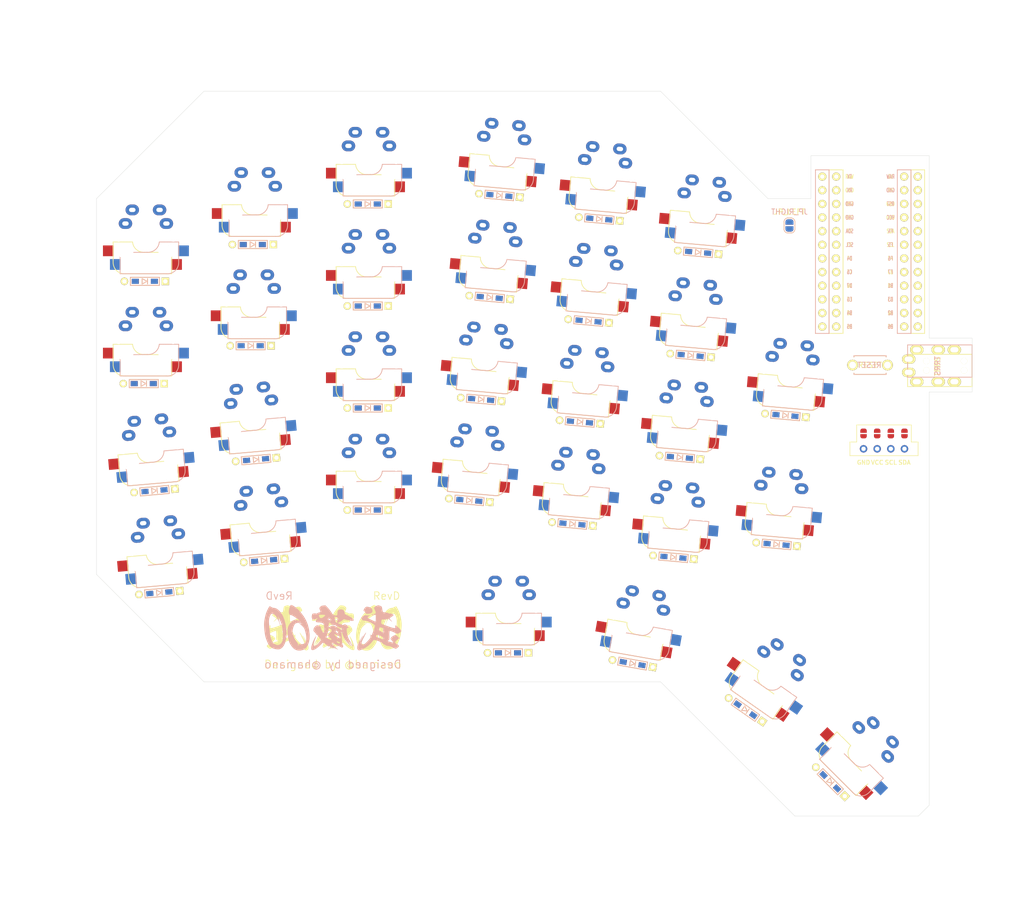
<source format=kicad_pcb>
(kicad_pcb (version 20171130) (host pcbnew 5.1.9)
  (title_block (title MUSASHI60) (rev A) (company "HAMANO Tsukasa"))
  (layers (0 F.Cu signal) (31 B.Cu signal) (34 B.Paste user) (35 F.Paste user) (36 B.SilkS user) (37 F.SilkS user) (38 B.Mask user) (39 F.Mask user) (44 Edge.Cuts user))
  (net 0 "")
  (net 1 B1)
  (net 2 "Net-(D_A3-Pad2)")
  (net 3 B3)
  (net 4 F6)
  (net 5 "Net-(D_B1-Pad2)")
  (net 6 "Net-(D_B2-Pad2)")
  (net 7 F7)
  (net 8 "Net-(D_B3-Pad2)")
  (net 9 "Net-(D_B4-Pad2)")
  (net 10 D1)
  (net 11 D0)
  (net 12 RST)
  (net 13 GND)
  (net 14 "Net-(U1-Pad24)")
  (net 15 VCC)
  (net 16 B2)
  (net 17 "Net-(D_B5-Pad2)")
  (net 18 "Net-(D_C1-Pad2)")
  (net 19 "Net-(D_C2-Pad2)")
  (net 20 "Net-(D_C4-Pad2)")
  (net 21 "Net-(D_C5-Pad2)")
  (net 22 D4)
  (net 23 "Net-(D_D1-Pad2)")
  (net 24 "Net-(D_D2-Pad2)")
  (net 25 "Net-(D_D3-Pad2)")
  (net 26 "Net-(D_D4-Pad2)")
  (net 27 "Net-(D_D5-Pad2)")
  (net 28 "Net-(D_E1-Pad2)")
  (net 29 "Net-(D_E2-Pad2)")
  (net 30 "Net-(D_E3-Pad2)")
  (net 31 "Net-(D_E4-Pad2)")
  (net 32 "Net-(D_F2-Pad2)")
  (net 33 "Net-(D_F3-Pad2)")
  (net 34 C6)
  (net 35 D7)
  (net 36 E6)
  (net 37 B4)
  (net 38 B5)
  (net 39 D2)
  (net 40 D3)
  (net 41 F4)
  (net 42 F5)
  (net 43 "Net-(J1-PadA)")
  (net 44 B6)
  (net 45 "Net-(D_A2-Pad2)")
  (net 46 "Net-(D_C3-Pad2)")
  (net 47 "Net-(D_A5-Pad2)")
  (net 48 "Net-(D_F4-Pad2)")
  (net 49 "Net-(D_F1-Pad2)")
  (net 50 "Net-(D_G2-Pad2)")
  (net 51 "Net-(D_G3-Pad2)")
  (net 52 "Net-(D_G4-Pad2)")
  (net 53 "Net-(D_G1-Pad2)")
  (module local:ResetSW (layer F.Cu) (at 169 74 180)
    (fp_text reference SW_RST1 hide)
    (fp_text value SW_PUSH hide)
    (fp_text user RESET (at 0 0) (layer F.SilkS))
    (fp_text user RESET (at 0.127 0) (layer B.SilkS) (effects (justify mirror)))
    (pad 2 thru_hole circle (at -3.25 0 180) (size 2 2) (drill 1.3) (layers *.Cu *.Mask F.SilkS) (net 12 RST))
    (pad 1 thru_hole circle (at 3.25 0 180) (size 2 2) (drill 1.3) (layers *.Cu *.Mask F.SilkS) (net 13 GND))
  )
  (module local:SolderJumper (layer B.Cu) (at 154 48 180)
    (fp_text reference JP_RIGHT1)
    (fp_text value JP_RIGHT (at 0 2.54 180) (layer B.SilkS) (effects (justify mirror)))
    (pad 1 smd custom (at 0 0.65 270) (size 1 0.5) (layers B.Cu B.Mask) (net 13 GND) (options (clearance outline) (anchor rect)) (primitives (gr_circle (center 0 -0.25) (end 0.5 -0.25) (width 0)) (gr_circle (center 0 0.25) (end 0.5 0.25) (width 0)) (gr_poly (pts (xy 0 0.75) (xy 0.5 0.75) (xy 0.5 -0.75) (xy 0 -0.75)) (width 0))))
    (pad 2 smd custom (at 0 -0.65 270) (size 1 0.5) (layers B.Cu B.Mask) (net 44 B6) (options (clearance outline) (anchor rect)) (primitives (gr_circle (center 0 -0.25) (end 0.5 -0.25) (width 0)) (gr_circle (center 0 0.25) (end 0.5 0.25) (width 0)) (gr_poly (pts (xy 0 0.75) (xy -0.5 0.75) (xy -0.5 -0.75) (xy 0 -0.75)) (width 0))))
  )
  (module local:SolderJumper (layer F.Cu) (at 154 48)
    (fp_text reference JP_LEFT1)
    (fp_text value JP_LEFT (at 0 -2.54 180) (layer F.SilkS))
    (pad 1 smd custom (at 0 -0.65 270) (size 1 0.5) (layers F.Cu F.Mask) (net 15 VCC) (options (clearance outline) (anchor rect)) (primitives (gr_circle (center 0 0.25) (end 0.5 0.25) (width 0)) (gr_circle (center 0 -0.25) (end 0.5 -0.25) (width 0)) (gr_poly (pts (xy 0 -0.75) (xy 0.5 -0.75) (xy 0.5 0.75) (xy 0 0.75)) (width 0))))
    (pad 2 smd custom (at 0 0.65 270) (size 1 0.5) (layers F.Cu F.Mask) (net 44 B6) (options (clearance outline) (anchor rect)) (primitives (gr_circle (center 0 0.25) (end 0.5 0.25) (width 0)) (gr_circle (center 0 -0.25) (end 0.5 -0.25) (width 0)) (gr_poly (pts (xy 0 -0.75) (xy -0.5 -0.75) (xy -0.5 0.75) (xy 0 0.75)) (width 0))))
  )
  (module local:CherryMX_Direct_Hotswap_Reversible (layer F.Cu) (at 154.350087 75.25304 175)
    (fp_text reference SW_A2 hide)
    (fp_text value SW_PUSH hide)
    (pad 2 smd rect (at 5.7 -5.08 355) (size 2 2) (layers B.Cu B.Paste B.Mask) (net 45 "Net-(D_A2-Pad2)"))
    (pad "" np_thru_hole circle (at -3.81 -2.54 355) (size 3 3) (drill 3) (layers *.Cu *.Mask) (clearance 0.25))
    (pad "" np_thru_hole circle (at 5.08 0 355) (size 1.702 1.702) (drill 1.702) (layers *.Cu *.Mask) (clearance 0.3))
    (pad "" np_thru_hole circle (at -5.08 0 355) (size 1.702 1.702) (drill 1.702) (layers *.Cu *.Mask) (clearance 0.3))
    (pad "" np_thru_hole circle (at 0 0 85) (size 3.988 3.988) (drill 3.988) (layers *.Cu *.Mask) (clearance 0.25))
    (pad "" np_thru_hole circle (at 2.54 -5.08 355) (size 3 3) (drill 3) (layers *.Cu *.Mask) (clearance 0.3))
    (pad 1 smd rect (at -7 -2.54 355) (size 2 2) (layers B.Cu B.Paste B.Mask) (net 41 F4))
    (pad 2 smd rect (at 7 -2.54 355) (size 2 2) (layers F.Cu F.Paste F.Mask) (net 45 "Net-(D_A2-Pad2)"))
    (pad "" np_thru_hole circle (at -2.54 -5.08 355) (size 3 3) (drill 3) (layers *.Cu *.Mask) (clearance 0.3))
    (pad "" np_thru_hole circle (at 3.81 -2.54 355) (size 3 3) (drill 3) (layers *.Cu *.Mask) (clearance 0.25))
    (pad 1 smd rect (at -5.7 -5.08 355) (size 2 2) (layers F.Cu F.Paste F.Mask) (net 41 F4))
    (pad 1 thru_hole oval (at -3.81 2.54 355) (size 2.5 2) (drill oval 1.2 0.8) (layers *.Cu *.Mask) (net 41 F4))
    (pad 1 thru_hole oval (at -2.54 5.08 355) (size 2.5 2) (drill oval 1.2 0.8) (layers *.Cu *.Mask) (net 41 F4))
    (pad 2 thru_hole oval (at 3.81 2.54 355) (size 2.5 2) (drill oval 1.2 0.8) (layers *.Cu *.Mask) (net 45 "Net-(D_A2-Pad2)"))
    (pad 2 thru_hole oval (at 2.54 5.08 355) (size 2.5 2) (drill oval 1.2 0.8) (layers *.Cu *.Mask) (net 45 "Net-(D_A2-Pad2)"))
  )
  (module local:CherryMX_Direct_Hotswap_Reversible (layer F.Cu) (at 152.249092 99.228148 175)
    (fp_text reference SW_A3 hide)
    (fp_text value SW_PUSH hide)
    (pad 2 smd rect (at 5.7 -5.08 355) (size 2 2) (layers B.Cu B.Paste B.Mask) (net 2 "Net-(D_A3-Pad2)"))
    (pad "" np_thru_hole circle (at -3.81 -2.54 355) (size 3 3) (drill 3) (layers *.Cu *.Mask) (clearance 0.25))
    (pad "" np_thru_hole circle (at 5.08 0 355) (size 1.702 1.702) (drill 1.702) (layers *.Cu *.Mask) (clearance 0.3))
    (pad "" np_thru_hole circle (at -5.08 0 355) (size 1.702 1.702) (drill 1.702) (layers *.Cu *.Mask) (clearance 0.3))
    (pad "" np_thru_hole circle (at 0 0 85) (size 3.988 3.988) (drill 3.988) (layers *.Cu *.Mask) (clearance 0.25))
    (pad "" np_thru_hole circle (at 2.54 -5.08 355) (size 3 3) (drill 3) (layers *.Cu *.Mask) (clearance 0.3))
    (pad 1 smd rect (at -7 -2.54 355) (size 2 2) (layers B.Cu B.Paste B.Mask) (net 41 F4))
    (pad 2 smd rect (at 7 -2.54 355) (size 2 2) (layers F.Cu F.Paste F.Mask) (net 2 "Net-(D_A3-Pad2)"))
    (pad "" np_thru_hole circle (at -2.54 -5.08 355) (size 3 3) (drill 3) (layers *.Cu *.Mask) (clearance 0.3))
    (pad "" np_thru_hole circle (at 3.81 -2.54 355) (size 3 3) (drill 3) (layers *.Cu *.Mask) (clearance 0.25))
    (pad 1 smd rect (at -5.7 -5.08 355) (size 2 2) (layers F.Cu F.Paste F.Mask) (net 41 F4))
    (pad 1 thru_hole oval (at -3.81 2.54 355) (size 2.5 2) (drill oval 1.2 0.8) (layers *.Cu *.Mask) (net 41 F4))
    (pad 1 thru_hole oval (at -2.54 5.08 355) (size 2.5 2) (drill oval 1.2 0.8) (layers *.Cu *.Mask) (net 41 F4))
    (pad 2 thru_hole oval (at 3.81 2.54 355) (size 2.5 2) (drill oval 1.2 0.8) (layers *.Cu *.Mask) (net 2 "Net-(D_A3-Pad2)"))
    (pad 2 thru_hole oval (at 2.54 5.08 355) (size 2.5 2) (drill oval 1.2 0.8) (layers *.Cu *.Mask) (net 2 "Net-(D_A3-Pad2)"))
  )
  (module local:CherryMX_Direct_Hotswap_Reversible (layer F.Cu) (at 167.8 146 135)
    (fp_text reference SW_A5 hide)
    (fp_text value SW_PUSH hide)
    (pad 2 thru_hole oval (at 2.54 5.08 315) (size 2.5 2) (drill oval 1.2 0.8) (layers *.Cu *.Mask) (net 47 "Net-(D_A5-Pad2)"))
    (pad 2 thru_hole oval (at 3.81 2.54 315) (size 2.5 2) (drill oval 1.2 0.8) (layers *.Cu *.Mask) (net 47 "Net-(D_A5-Pad2)"))
    (pad 1 thru_hole oval (at -2.54 5.08 315) (size 2.5 2) (drill oval 1.2 0.8) (layers *.Cu *.Mask) (net 41 F4))
    (pad 1 thru_hole oval (at -3.81 2.54 315) (size 2.5 2) (drill oval 1.2 0.8) (layers *.Cu *.Mask) (net 41 F4))
    (pad 1 smd rect (at -5.7 -5.08 315) (size 2 2) (layers F.Cu F.Paste F.Mask) (net 41 F4))
    (pad "" np_thru_hole circle (at 3.81 -2.54 315) (size 3 3) (drill 3) (layers *.Cu *.Mask) (clearance 0.25))
    (pad "" np_thru_hole circle (at -2.54 -5.08 315) (size 3 3) (drill 3) (layers *.Cu *.Mask) (clearance 0.3))
    (pad 2 smd rect (at 7 -2.54 315) (size 2 2) (layers F.Cu F.Paste F.Mask) (net 47 "Net-(D_A5-Pad2)"))
    (pad 1 smd rect (at -7 -2.54 315) (size 2 2) (layers B.Cu B.Paste B.Mask) (net 41 F4))
    (pad "" np_thru_hole circle (at 2.54 -5.08 315) (size 3 3) (drill 3) (layers *.Cu *.Mask) (clearance 0.3))
    (pad "" np_thru_hole circle (at 0 0 45) (size 3.988 3.988) (drill 3.988) (layers *.Cu *.Mask) (clearance 0.25))
    (pad "" np_thru_hole circle (at -5.08 0 315) (size 1.702 1.702) (drill 1.702) (layers *.Cu *.Mask) (clearance 0.3))
    (pad "" np_thru_hole circle (at 5.08 0 315) (size 1.702 1.702) (drill 1.702) (layers *.Cu *.Mask) (clearance 0.3))
    (pad "" np_thru_hole circle (at -3.81 -2.54 315) (size 3 3) (drill 3) (layers *.Cu *.Mask) (clearance 0.25))
    (pad 2 smd rect (at 5.7 -5.08 315) (size 2 2) (layers B.Cu B.Paste B.Mask) (net 47 "Net-(D_A5-Pad2)"))
  )
  (module local:CherryMX_Direct_Hotswap_Reversible (layer F.Cu) (at 137.970219 44.795553 175)
    (fp_text reference SW_B1 hide)
    (fp_text value SW_PUSH hide)
    (pad 2 thru_hole oval (at 2.54 5.08 355) (size 2.5 2) (drill oval 1.2 0.8) (layers *.Cu *.Mask) (net 5 "Net-(D_B1-Pad2)"))
    (pad 2 thru_hole oval (at 3.81 2.54 355) (size 2.5 2) (drill oval 1.2 0.8) (layers *.Cu *.Mask) (net 5 "Net-(D_B1-Pad2)"))
    (pad 1 thru_hole oval (at -2.54 5.08 355) (size 2.5 2) (drill oval 1.2 0.8) (layers *.Cu *.Mask) (net 42 F5))
    (pad 1 thru_hole oval (at -3.81 2.54 355) (size 2.5 2) (drill oval 1.2 0.8) (layers *.Cu *.Mask) (net 42 F5))
    (pad 1 smd rect (at -5.7 -5.08 355) (size 2 2) (layers F.Cu F.Paste F.Mask) (net 42 F5))
    (pad "" np_thru_hole circle (at 3.81 -2.54 355) (size 3 3) (drill 3) (layers *.Cu *.Mask) (clearance 0.25))
    (pad "" np_thru_hole circle (at -2.54 -5.08 355) (size 3 3) (drill 3) (layers *.Cu *.Mask) (clearance 0.3))
    (pad 2 smd rect (at 7 -2.54 355) (size 2 2) (layers F.Cu F.Paste F.Mask) (net 5 "Net-(D_B1-Pad2)"))
    (pad 1 smd rect (at -7 -2.54 355) (size 2 2) (layers B.Cu B.Paste B.Mask) (net 42 F5))
    (pad "" np_thru_hole circle (at 2.54 -5.08 355) (size 3 3) (drill 3) (layers *.Cu *.Mask) (clearance 0.3))
    (pad "" np_thru_hole circle (at 0 0 85) (size 3.988 3.988) (drill 3.988) (layers *.Cu *.Mask) (clearance 0.25))
    (pad "" np_thru_hole circle (at -5.08 0 355) (size 1.702 1.702) (drill 1.702) (layers *.Cu *.Mask) (clearance 0.3))
    (pad "" np_thru_hole circle (at 5.08 0 355) (size 1.702 1.702) (drill 1.702) (layers *.Cu *.Mask) (clearance 0.3))
    (pad "" np_thru_hole circle (at -3.81 -2.54 355) (size 3 3) (drill 3) (layers *.Cu *.Mask) (clearance 0.25))
    (pad 2 smd rect (at 5.7 -5.08 355) (size 2 2) (layers B.Cu B.Paste B.Mask) (net 5 "Net-(D_B1-Pad2)"))
  )
  (module local:CherryMX_Direct_Hotswap_Reversible (layer F.Cu) (at 136.293027 63.965945 175)
    (fp_text reference SW_B2 hide)
    (fp_text value SW_PUSH hide)
    (pad 2 thru_hole oval (at 2.54 5.08 355) (size 2.5 2) (drill oval 1.2 0.8) (layers *.Cu *.Mask) (net 6 "Net-(D_B2-Pad2)"))
    (pad 2 thru_hole oval (at 3.81 2.54 355) (size 2.5 2) (drill oval 1.2 0.8) (layers *.Cu *.Mask) (net 6 "Net-(D_B2-Pad2)"))
    (pad 1 thru_hole oval (at -2.54 5.08 355) (size 2.5 2) (drill oval 1.2 0.8) (layers *.Cu *.Mask) (net 42 F5))
    (pad 1 thru_hole oval (at -3.81 2.54 355) (size 2.5 2) (drill oval 1.2 0.8) (layers *.Cu *.Mask) (net 42 F5))
    (pad 1 smd rect (at -5.7 -5.08 355) (size 2 2) (layers F.Cu F.Paste F.Mask) (net 42 F5))
    (pad "" np_thru_hole circle (at 3.81 -2.54 355) (size 3 3) (drill 3) (layers *.Cu *.Mask) (clearance 0.25))
    (pad "" np_thru_hole circle (at -2.54 -5.08 355) (size 3 3) (drill 3) (layers *.Cu *.Mask) (clearance 0.3))
    (pad 2 smd rect (at 7 -2.54 355) (size 2 2) (layers F.Cu F.Paste F.Mask) (net 6 "Net-(D_B2-Pad2)"))
    (pad 1 smd rect (at -7 -2.54 355) (size 2 2) (layers B.Cu B.Paste B.Mask) (net 42 F5))
    (pad "" np_thru_hole circle (at 2.54 -5.08 355) (size 3 3) (drill 3) (layers *.Cu *.Mask) (clearance 0.3))
    (pad "" np_thru_hole circle (at 0 0 85) (size 3.988 3.988) (drill 3.988) (layers *.Cu *.Mask) (clearance 0.25))
    (pad "" np_thru_hole circle (at -5.08 0 355) (size 1.702 1.702) (drill 1.702) (layers *.Cu *.Mask) (clearance 0.3))
    (pad "" np_thru_hole circle (at 5.08 0 355) (size 1.702 1.702) (drill 1.702) (layers *.Cu *.Mask) (clearance 0.3))
    (pad "" np_thru_hole circle (at -3.81 -2.54 355) (size 3 3) (drill 3) (layers *.Cu *.Mask) (clearance 0.25))
    (pad 2 smd rect (at 5.7 -5.08 355) (size 2 2) (layers B.Cu B.Paste B.Mask) (net 6 "Net-(D_B2-Pad2)"))
  )
  (module local:CherryMX_Direct_Hotswap_Reversible (layer F.Cu) (at 134.628625 82.990146 175)
    (fp_text reference SW_B3 hide)
    (fp_text value SW_PUSH hide)
    (pad 2 thru_hole oval (at 2.54 5.08 355) (size 2.5 2) (drill oval 1.2 0.8) (layers *.Cu *.Mask) (net 8 "Net-(D_B3-Pad2)"))
    (pad 2 thru_hole oval (at 3.81 2.54 355) (size 2.5 2) (drill oval 1.2 0.8) (layers *.Cu *.Mask) (net 8 "Net-(D_B3-Pad2)"))
    (pad 1 thru_hole oval (at -2.54 5.08 355) (size 2.5 2) (drill oval 1.2 0.8) (layers *.Cu *.Mask) (net 42 F5))
    (pad 1 thru_hole oval (at -3.81 2.54 355) (size 2.5 2) (drill oval 1.2 0.8) (layers *.Cu *.Mask) (net 42 F5))
    (pad 1 smd rect (at -5.7 -5.08 355) (size 2 2) (layers F.Cu F.Paste F.Mask) (net 42 F5))
    (pad "" np_thru_hole circle (at 3.81 -2.54 355) (size 3 3) (drill 3) (layers *.Cu *.Mask) (clearance 0.25))
    (pad "" np_thru_hole circle (at -2.54 -5.08 355) (size 3 3) (drill 3) (layers *.Cu *.Mask) (clearance 0.3))
    (pad 2 smd rect (at 7 -2.54 355) (size 2 2) (layers F.Cu F.Paste F.Mask) (net 8 "Net-(D_B3-Pad2)"))
    (pad 1 smd rect (at -7 -2.54 355) (size 2 2) (layers B.Cu B.Paste B.Mask) (net 42 F5))
    (pad "" np_thru_hole circle (at 2.54 -5.08 355) (size 3 3) (drill 3) (layers *.Cu *.Mask) (clearance 0.3))
    (pad "" np_thru_hole circle (at 0 0 85) (size 3.988 3.988) (drill 3.988) (layers *.Cu *.Mask) (clearance 0.25))
    (pad "" np_thru_hole circle (at -5.08 0 355) (size 1.702 1.702) (drill 1.702) (layers *.Cu *.Mask) (clearance 0.3))
    (pad "" np_thru_hole circle (at 5.08 0 355) (size 1.702 1.702) (drill 1.702) (layers *.Cu *.Mask) (clearance 0.3))
    (pad "" np_thru_hole circle (at -3.81 -2.54 355) (size 3 3) (drill 3) (layers *.Cu *.Mask) (clearance 0.25))
    (pad 2 smd rect (at 5.7 -5.08 355) (size 2 2) (layers B.Cu B.Paste B.Mask) (net 8 "Net-(D_B3-Pad2)"))
  )
  (module local:CherryMX_Direct_Hotswap_Reversible (layer F.Cu) (at 132.989247 101.728319 175)
    (fp_text reference SW_B4 hide)
    (fp_text value SW_PUSH hide)
    (pad 2 thru_hole oval (at 2.54 5.08 355) (size 2.5 2) (drill oval 1.2 0.8) (layers *.Cu *.Mask) (net 9 "Net-(D_B4-Pad2)"))
    (pad 2 thru_hole oval (at 3.81 2.54 355) (size 2.5 2) (drill oval 1.2 0.8) (layers *.Cu *.Mask) (net 9 "Net-(D_B4-Pad2)"))
    (pad 1 thru_hole oval (at -2.54 5.08 355) (size 2.5 2) (drill oval 1.2 0.8) (layers *.Cu *.Mask) (net 42 F5))
    (pad 1 thru_hole oval (at -3.81 2.54 355) (size 2.5 2) (drill oval 1.2 0.8) (layers *.Cu *.Mask) (net 42 F5))
    (pad 1 smd rect (at -5.7 -5.08 355) (size 2 2) (layers F.Cu F.Paste F.Mask) (net 42 F5))
    (pad "" np_thru_hole circle (at 3.81 -2.54 355) (size 3 3) (drill 3) (layers *.Cu *.Mask) (clearance 0.25))
    (pad "" np_thru_hole circle (at -2.54 -5.08 355) (size 3 3) (drill 3) (layers *.Cu *.Mask) (clearance 0.3))
    (pad 2 smd rect (at 7 -2.54 355) (size 2 2) (layers F.Cu F.Paste F.Mask) (net 9 "Net-(D_B4-Pad2)"))
    (pad 1 smd rect (at -7 -2.54 355) (size 2 2) (layers B.Cu B.Paste B.Mask) (net 42 F5))
    (pad "" np_thru_hole circle (at 2.54 -5.08 355) (size 3 3) (drill 3) (layers *.Cu *.Mask) (clearance 0.3))
    (pad "" np_thru_hole circle (at 0 0 85) (size 3.988 3.988) (drill 3.988) (layers *.Cu *.Mask) (clearance 0.25))
    (pad "" np_thru_hole circle (at -5.08 0 355) (size 1.702 1.702) (drill 1.702) (layers *.Cu *.Mask) (clearance 0.3))
    (pad "" np_thru_hole circle (at 5.08 0 355) (size 1.702 1.702) (drill 1.702) (layers *.Cu *.Mask) (clearance 0.3))
    (pad "" np_thru_hole circle (at -3.81 -2.54 355) (size 3 3) (drill 3) (layers *.Cu *.Mask) (clearance 0.25))
    (pad 2 smd rect (at 5.7 -5.08 355) (size 2 2) (layers B.Cu B.Paste B.Mask) (net 9 "Net-(D_B4-Pad2)"))
  )
  (module local:CherryMX_Direct_Hotswap_Reversible (layer F.Cu) (at 150.87883 131.65363 145)
    (fp_text reference SW_B5 hide)
    (fp_text value SW_PUSH hide)
    (pad 2 thru_hole oval (at 2.54 5.08 325) (size 2.5 2) (drill oval 1.2 0.8) (layers *.Cu *.Mask) (net 17 "Net-(D_B5-Pad2)"))
    (pad 2 thru_hole oval (at 3.81 2.54 325) (size 2.5 2) (drill oval 1.2 0.8) (layers *.Cu *.Mask) (net 17 "Net-(D_B5-Pad2)"))
    (pad 1 thru_hole oval (at -2.54 5.08 325) (size 2.5 2) (drill oval 1.2 0.8) (layers *.Cu *.Mask) (net 42 F5))
    (pad 1 thru_hole oval (at -3.81 2.54 325) (size 2.5 2) (drill oval 1.2 0.8) (layers *.Cu *.Mask) (net 42 F5))
    (pad 1 smd rect (at -5.7 -5.08 325) (size 2 2) (layers F.Cu F.Paste F.Mask) (net 42 F5))
    (pad "" np_thru_hole circle (at 3.81 -2.54 325) (size 3 3) (drill 3) (layers *.Cu *.Mask) (clearance 0.25))
    (pad "" np_thru_hole circle (at -2.54 -5.08 325) (size 3 3) (drill 3) (layers *.Cu *.Mask) (clearance 0.3))
    (pad 2 smd rect (at 7 -2.54 325) (size 2 2) (layers F.Cu F.Paste F.Mask) (net 17 "Net-(D_B5-Pad2)"))
    (pad 1 smd rect (at -7 -2.54 325) (size 2 2) (layers B.Cu B.Paste B.Mask) (net 42 F5))
    (pad "" np_thru_hole circle (at 2.54 -5.08 325) (size 3 3) (drill 3) (layers *.Cu *.Mask) (clearance 0.3))
    (pad "" np_thru_hole circle (at 0 0 55) (size 3.988 3.988) (drill 3.988) (layers *.Cu *.Mask) (clearance 0.25))
    (pad "" np_thru_hole circle (at -5.08 0 325) (size 1.702 1.702) (drill 1.702) (layers *.Cu *.Mask) (clearance 0.3))
    (pad "" np_thru_hole circle (at 5.08 0 325) (size 1.702 1.702) (drill 1.702) (layers *.Cu *.Mask) (clearance 0.3))
    (pad "" np_thru_hole circle (at -3.81 -2.54 325) (size 3 3) (drill 3) (layers *.Cu *.Mask) (clearance 0.25))
    (pad 2 smd rect (at 5.7 -5.08 325) (size 2 2) (layers B.Cu B.Paste B.Mask) (net 17 "Net-(D_B5-Pad2)"))
  )
  (module local:CherryMX_Direct_Hotswap_Reversible (layer F.Cu) (at 119.455411 38.58344 175)
    (fp_text reference SW_C1 hide)
    (fp_text value SW_PUSH hide)
    (pad 2 thru_hole oval (at 2.54 5.08 355) (size 2.5 2) (drill oval 1.2 0.8) (layers *.Cu *.Mask) (net 18 "Net-(D_C1-Pad2)"))
    (pad 2 thru_hole oval (at 3.81 2.54 355) (size 2.5 2) (drill oval 1.2 0.8) (layers *.Cu *.Mask) (net 18 "Net-(D_C1-Pad2)"))
    (pad 1 thru_hole oval (at -2.54 5.08 355) (size 2.5 2) (drill oval 1.2 0.8) (layers *.Cu *.Mask) (net 4 F6))
    (pad 1 thru_hole oval (at -3.81 2.54 355) (size 2.5 2) (drill oval 1.2 0.8) (layers *.Cu *.Mask) (net 4 F6))
    (pad 1 smd rect (at -5.7 -5.08 355) (size 2 2) (layers F.Cu F.Paste F.Mask) (net 4 F6))
    (pad "" np_thru_hole circle (at 3.81 -2.54 355) (size 3 3) (drill 3) (layers *.Cu *.Mask) (clearance 0.25))
    (pad "" np_thru_hole circle (at -2.54 -5.08 355) (size 3 3) (drill 3) (layers *.Cu *.Mask) (clearance 0.3))
    (pad 2 smd rect (at 7 -2.54 355) (size 2 2) (layers F.Cu F.Paste F.Mask) (net 18 "Net-(D_C1-Pad2)"))
    (pad 1 smd rect (at -7 -2.54 355) (size 2 2) (layers B.Cu B.Paste B.Mask) (net 4 F6))
    (pad "" np_thru_hole circle (at 2.54 -5.08 355) (size 3 3) (drill 3) (layers *.Cu *.Mask) (clearance 0.3))
    (pad "" np_thru_hole circle (at 0 0 85) (size 3.988 3.988) (drill 3.988) (layers *.Cu *.Mask) (clearance 0.25))
    (pad "" np_thru_hole circle (at -5.08 0 355) (size 1.702 1.702) (drill 1.702) (layers *.Cu *.Mask) (clearance 0.3))
    (pad "" np_thru_hole circle (at 5.08 0 355) (size 1.702 1.702) (drill 1.702) (layers *.Cu *.Mask) (clearance 0.3))
    (pad "" np_thru_hole circle (at -3.81 -2.54 355) (size 3 3) (drill 3) (layers *.Cu *.Mask) (clearance 0.25))
    (pad 2 smd rect (at 5.7 -5.08 355) (size 2 2) (layers B.Cu B.Paste B.Mask) (net 18 "Net-(D_C1-Pad2)"))
  )
  (module local:CherryMX_Direct_Hotswap_Reversible (layer F.Cu) (at 117.795016 57.560922 175)
    (fp_text reference SW_C2 hide)
    (fp_text value SW_PUSH hide)
    (pad 2 thru_hole oval (at 2.54 5.08 355) (size 2.5 2) (drill oval 1.2 0.8) (layers *.Cu *.Mask) (net 19 "Net-(D_C2-Pad2)"))
    (pad 2 thru_hole oval (at 3.81 2.54 355) (size 2.5 2) (drill oval 1.2 0.8) (layers *.Cu *.Mask) (net 19 "Net-(D_C2-Pad2)"))
    (pad 1 thru_hole oval (at -2.54 5.08 355) (size 2.5 2) (drill oval 1.2 0.8) (layers *.Cu *.Mask) (net 4 F6))
    (pad 1 thru_hole oval (at -3.81 2.54 355) (size 2.5 2) (drill oval 1.2 0.8) (layers *.Cu *.Mask) (net 4 F6))
    (pad 1 smd rect (at -5.7 -5.08 355) (size 2 2) (layers F.Cu F.Paste F.Mask) (net 4 F6))
    (pad "" np_thru_hole circle (at 3.81 -2.54 355) (size 3 3) (drill 3) (layers *.Cu *.Mask) (clearance 0.25))
    (pad "" np_thru_hole circle (at -2.54 -5.08 355) (size 3 3) (drill 3) (layers *.Cu *.Mask) (clearance 0.3))
    (pad 2 smd rect (at 7 -2.54 355) (size 2 2) (layers F.Cu F.Paste F.Mask) (net 19 "Net-(D_C2-Pad2)"))
    (pad 1 smd rect (at -7 -2.54 355) (size 2 2) (layers B.Cu B.Paste B.Mask) (net 4 F6))
    (pad "" np_thru_hole circle (at 2.54 -5.08 355) (size 3 3) (drill 3) (layers *.Cu *.Mask) (clearance 0.3))
    (pad "" np_thru_hole circle (at 0 0 85) (size 3.988 3.988) (drill 3.988) (layers *.Cu *.Mask) (clearance 0.25))
    (pad "" np_thru_hole circle (at -5.08 0 355) (size 1.702 1.702) (drill 1.702) (layers *.Cu *.Mask) (clearance 0.3))
    (pad "" np_thru_hole circle (at 5.08 0 355) (size 1.702 1.702) (drill 1.702) (layers *.Cu *.Mask) (clearance 0.3))
    (pad "" np_thru_hole circle (at -3.81 -2.54 355) (size 3 3) (drill 3) (layers *.Cu *.Mask) (clearance 0.25))
    (pad 2 smd rect (at 5.7 -5.08 355) (size 2 2) (layers B.Cu B.Paste B.Mask) (net 19 "Net-(D_C2-Pad2)"))
  )
  (module local:CherryMX_Direct_Hotswap_Reversible (layer F.Cu) (at 116.1347 76.538431 175)
    (fp_text reference SW_C3 hide)
    (fp_text value SW_PUSH hide)
    (pad 2 thru_hole oval (at 2.54 5.08 355) (size 2.5 2) (drill oval 1.2 0.8) (layers *.Cu *.Mask) (net 46 "Net-(D_C3-Pad2)"))
    (pad 2 thru_hole oval (at 3.81 2.54 355) (size 2.5 2) (drill oval 1.2 0.8) (layers *.Cu *.Mask) (net 46 "Net-(D_C3-Pad2)"))
    (pad 1 thru_hole oval (at -2.54 5.08 355) (size 2.5 2) (drill oval 1.2 0.8) (layers *.Cu *.Mask) (net 4 F6))
    (pad 1 thru_hole oval (at -3.81 2.54 355) (size 2.5 2) (drill oval 1.2 0.8) (layers *.Cu *.Mask) (net 4 F6))
    (pad 1 smd rect (at -5.7 -5.08 355) (size 2 2) (layers F.Cu F.Paste F.Mask) (net 4 F6))
    (pad "" np_thru_hole circle (at 3.81 -2.54 355) (size 3 3) (drill 3) (layers *.Cu *.Mask) (clearance 0.25))
    (pad "" np_thru_hole circle (at -2.54 -5.08 355) (size 3 3) (drill 3) (layers *.Cu *.Mask) (clearance 0.3))
    (pad 2 smd rect (at 7 -2.54 355) (size 2 2) (layers F.Cu F.Paste F.Mask) (net 46 "Net-(D_C3-Pad2)"))
    (pad 1 smd rect (at -7 -2.54 355) (size 2 2) (layers B.Cu B.Paste B.Mask) (net 4 F6))
    (pad "" np_thru_hole circle (at 2.54 -5.08 355) (size 3 3) (drill 3) (layers *.Cu *.Mask) (clearance 0.3))
    (pad "" np_thru_hole circle (at 0 0 85) (size 3.988 3.988) (drill 3.988) (layers *.Cu *.Mask) (clearance 0.25))
    (pad "" np_thru_hole circle (at -5.08 0 355) (size 1.702 1.702) (drill 1.702) (layers *.Cu *.Mask) (clearance 0.3))
    (pad "" np_thru_hole circle (at 5.08 0 355) (size 1.702 1.702) (drill 1.702) (layers *.Cu *.Mask) (clearance 0.3))
    (pad "" np_thru_hole circle (at -3.81 -2.54 355) (size 3 3) (drill 3) (layers *.Cu *.Mask) (clearance 0.25))
    (pad 2 smd rect (at 5.7 -5.08 355) (size 2 2) (layers B.Cu B.Paste B.Mask) (net 46 "Net-(D_C3-Pad2)"))
  )
  (module local:CherryMX_Direct_Hotswap_Reversible (layer F.Cu) (at 114.474383 95.51594 175)
    (fp_text reference SW_C4 hide)
    (fp_text value SW_PUSH hide)
    (pad 2 thru_hole oval (at 2.54 5.08 355) (size 2.5 2) (drill oval 1.2 0.8) (layers *.Cu *.Mask) (net 20 "Net-(D_C4-Pad2)"))
    (pad 2 thru_hole oval (at 3.81 2.54 355) (size 2.5 2) (drill oval 1.2 0.8) (layers *.Cu *.Mask) (net 20 "Net-(D_C4-Pad2)"))
    (pad 1 thru_hole oval (at -2.54 5.08 355) (size 2.5 2) (drill oval 1.2 0.8) (layers *.Cu *.Mask) (net 4 F6))
    (pad 1 thru_hole oval (at -3.81 2.54 355) (size 2.5 2) (drill oval 1.2 0.8) (layers *.Cu *.Mask) (net 4 F6))
    (pad 1 smd rect (at -5.7 -5.08 355) (size 2 2) (layers F.Cu F.Paste F.Mask) (net 4 F6))
    (pad "" np_thru_hole circle (at 3.81 -2.54 355) (size 3 3) (drill 3) (layers *.Cu *.Mask) (clearance 0.25))
    (pad "" np_thru_hole circle (at -2.54 -5.08 355) (size 3 3) (drill 3) (layers *.Cu *.Mask) (clearance 0.3))
    (pad 2 smd rect (at 7 -2.54 355) (size 2 2) (layers F.Cu F.Paste F.Mask) (net 20 "Net-(D_C4-Pad2)"))
    (pad 1 smd rect (at -7 -2.54 355) (size 2 2) (layers B.Cu B.Paste B.Mask) (net 4 F6))
    (pad "" np_thru_hole circle (at 2.54 -5.08 355) (size 3 3) (drill 3) (layers *.Cu *.Mask) (clearance 0.3))
    (pad "" np_thru_hole circle (at 0 0 85) (size 3.988 3.988) (drill 3.988) (layers *.Cu *.Mask) (clearance 0.25))
    (pad "" np_thru_hole circle (at -5.08 0 355) (size 1.702 1.702) (drill 1.702) (layers *.Cu *.Mask) (clearance 0.3))
    (pad "" np_thru_hole circle (at 5.08 0 355) (size 1.702 1.702) (drill 1.702) (layers *.Cu *.Mask) (clearance 0.3))
    (pad "" np_thru_hole circle (at -3.81 -2.54 355) (size 3 3) (drill 3) (layers *.Cu *.Mask) (clearance 0.25))
    (pad 2 smd rect (at 5.7 -5.08 355) (size 2 2) (layers B.Cu B.Paste B.Mask) (net 20 "Net-(D_C4-Pad2)"))
  )
  (module local:CherryMX_Direct_Hotswap_Reversible (layer F.Cu) (at 126.351965 121.494126 170)
    (fp_text reference SW_C5 hide)
    (fp_text value SW_PUSH hide)
    (pad 2 thru_hole oval (at 2.54 5.08 350) (size 2.5 2) (drill oval 1.2 0.8) (layers *.Cu *.Mask) (net 21 "Net-(D_C5-Pad2)"))
    (pad 2 thru_hole oval (at 3.81 2.54 350) (size 2.5 2) (drill oval 1.2 0.8) (layers *.Cu *.Mask) (net 21 "Net-(D_C5-Pad2)"))
    (pad 1 thru_hole oval (at -2.54 5.08 350) (size 2.5 2) (drill oval 1.2 0.8) (layers *.Cu *.Mask) (net 4 F6))
    (pad 1 thru_hole oval (at -3.81 2.54 350) (size 2.5 2) (drill oval 1.2 0.8) (layers *.Cu *.Mask) (net 4 F6))
    (pad 1 smd rect (at -5.7 -5.08 350) (size 2 2) (layers F.Cu F.Paste F.Mask) (net 4 F6))
    (pad "" np_thru_hole circle (at 3.81 -2.54 350) (size 3 3) (drill 3) (layers *.Cu *.Mask) (clearance 0.25))
    (pad "" np_thru_hole circle (at -2.54 -5.08 350) (size 3 3) (drill 3) (layers *.Cu *.Mask) (clearance 0.3))
    (pad 2 smd rect (at 7 -2.54 350) (size 2 2) (layers F.Cu F.Paste F.Mask) (net 21 "Net-(D_C5-Pad2)"))
    (pad 1 smd rect (at -7 -2.54 350) (size 2 2) (layers B.Cu B.Paste B.Mask) (net 4 F6))
    (pad "" np_thru_hole circle (at 2.54 -5.08 350) (size 3 3) (drill 3) (layers *.Cu *.Mask) (clearance 0.3))
    (pad "" np_thru_hole circle (at 0 0 80) (size 3.988 3.988) (drill 3.988) (layers *.Cu *.Mask) (clearance 0.25))
    (pad "" np_thru_hole circle (at -5.08 0 350) (size 1.702 1.702) (drill 1.702) (layers *.Cu *.Mask) (clearance 0.3))
    (pad "" np_thru_hole circle (at 5.08 0 350) (size 1.702 1.702) (drill 1.702) (layers *.Cu *.Mask) (clearance 0.3))
    (pad "" np_thru_hole circle (at -3.81 -2.54 350) (size 3 3) (drill 3) (layers *.Cu *.Mask) (clearance 0.25))
    (pad 2 smd rect (at 5.7 -5.08 350) (size 2 2) (layers B.Cu B.Paste B.Mask) (net 21 "Net-(D_C5-Pad2)"))
  )
  (module local:CherryMX_Direct_Hotswap_Reversible (layer F.Cu) (at 100.66619 34.245391 175)
    (fp_text reference SW_D1 hide)
    (fp_text value SW_PUSH hide)
    (pad 2 thru_hole oval (at 2.54 5.08 355) (size 2.5 2) (drill oval 1.2 0.8) (layers *.Cu *.Mask) (net 23 "Net-(D_D1-Pad2)"))
    (pad 2 thru_hole oval (at 3.81 2.54 355) (size 2.5 2) (drill oval 1.2 0.8) (layers *.Cu *.Mask) (net 23 "Net-(D_D1-Pad2)"))
    (pad 1 thru_hole oval (at -2.54 5.08 355) (size 2.5 2) (drill oval 1.2 0.8) (layers *.Cu *.Mask) (net 7 F7))
    (pad 1 thru_hole oval (at -3.81 2.54 355) (size 2.5 2) (drill oval 1.2 0.8) (layers *.Cu *.Mask) (net 7 F7))
    (pad 1 smd rect (at -5.7 -5.08 355) (size 2 2) (layers F.Cu F.Paste F.Mask) (net 7 F7))
    (pad "" np_thru_hole circle (at 3.81 -2.54 355) (size 3 3) (drill 3) (layers *.Cu *.Mask) (clearance 0.25))
    (pad "" np_thru_hole circle (at -2.54 -5.08 355) (size 3 3) (drill 3) (layers *.Cu *.Mask) (clearance 0.3))
    (pad 2 smd rect (at 7 -2.54 355) (size 2 2) (layers F.Cu F.Paste F.Mask) (net 23 "Net-(D_D1-Pad2)"))
    (pad 1 smd rect (at -7 -2.54 355) (size 2 2) (layers B.Cu B.Paste B.Mask) (net 7 F7))
    (pad "" np_thru_hole circle (at 2.54 -5.08 355) (size 3 3) (drill 3) (layers *.Cu *.Mask) (clearance 0.3))
    (pad "" np_thru_hole circle (at 0 0 85) (size 3.988 3.988) (drill 3.988) (layers *.Cu *.Mask) (clearance 0.25))
    (pad "" np_thru_hole circle (at -5.08 0 355) (size 1.702 1.702) (drill 1.702) (layers *.Cu *.Mask) (clearance 0.3))
    (pad "" np_thru_hole circle (at 5.08 0 355) (size 1.702 1.702) (drill 1.702) (layers *.Cu *.Mask) (clearance 0.3))
    (pad "" np_thru_hole circle (at -3.81 -2.54 355) (size 3 3) (drill 3) (layers *.Cu *.Mask) (clearance 0.25))
    (pad 2 smd rect (at 5.7 -5.08 355) (size 2 2) (layers B.Cu B.Paste B.Mask) (net 23 "Net-(D_D1-Pad2)"))
  )
  (module local:CherryMX_Direct_Hotswap_Reversible (layer F.Cu) (at 99.005873 53.2229 175)
    (fp_text reference SW_D2 hide)
    (fp_text value SW_PUSH hide)
    (pad 2 thru_hole oval (at 2.54 5.08 355) (size 2.5 2) (drill oval 1.2 0.8) (layers *.Cu *.Mask) (net 24 "Net-(D_D2-Pad2)"))
    (pad 2 thru_hole oval (at 3.81 2.54 355) (size 2.5 2) (drill oval 1.2 0.8) (layers *.Cu *.Mask) (net 24 "Net-(D_D2-Pad2)"))
    (pad 1 thru_hole oval (at -2.54 5.08 355) (size 2.5 2) (drill oval 1.2 0.8) (layers *.Cu *.Mask) (net 7 F7))
    (pad 1 thru_hole oval (at -3.81 2.54 355) (size 2.5 2) (drill oval 1.2 0.8) (layers *.Cu *.Mask) (net 7 F7))
    (pad 1 smd rect (at -5.7 -5.08 355) (size 2 2) (layers F.Cu F.Paste F.Mask) (net 7 F7))
    (pad "" np_thru_hole circle (at 3.81 -2.54 355) (size 3 3) (drill 3) (layers *.Cu *.Mask) (clearance 0.25))
    (pad "" np_thru_hole circle (at -2.54 -5.08 355) (size 3 3) (drill 3) (layers *.Cu *.Mask) (clearance 0.3))
    (pad 2 smd rect (at 7 -2.54 355) (size 2 2) (layers F.Cu F.Paste F.Mask) (net 24 "Net-(D_D2-Pad2)"))
    (pad 1 smd rect (at -7 -2.54 355) (size 2 2) (layers B.Cu B.Paste B.Mask) (net 7 F7))
    (pad "" np_thru_hole circle (at 2.54 -5.08 355) (size 3 3) (drill 3) (layers *.Cu *.Mask) (clearance 0.3))
    (pad "" np_thru_hole circle (at 0 0 85) (size 3.988 3.988) (drill 3.988) (layers *.Cu *.Mask) (clearance 0.25))
    (pad "" np_thru_hole circle (at -5.08 0 355) (size 1.702 1.702) (drill 1.702) (layers *.Cu *.Mask) (clearance 0.3))
    (pad "" np_thru_hole circle (at 5.08 0 355) (size 1.702 1.702) (drill 1.702) (layers *.Cu *.Mask) (clearance 0.3))
    (pad "" np_thru_hole circle (at -3.81 -2.54 355) (size 3 3) (drill 3) (layers *.Cu *.Mask) (clearance 0.25))
    (pad 2 smd rect (at 5.7 -5.08 355) (size 2 2) (layers B.Cu B.Paste B.Mask) (net 24 "Net-(D_D2-Pad2)"))
  )
  (module local:CherryMX_Direct_Hotswap_Reversible (layer F.Cu) (at 97.345556 72.200409 175)
    (fp_text reference SW_D3 hide)
    (fp_text value SW_PUSH hide)
    (pad 2 thru_hole oval (at 2.54 5.08 355) (size 2.5 2) (drill oval 1.2 0.8) (layers *.Cu *.Mask) (net 25 "Net-(D_D3-Pad2)"))
    (pad 2 thru_hole oval (at 3.81 2.54 355) (size 2.5 2) (drill oval 1.2 0.8) (layers *.Cu *.Mask) (net 25 "Net-(D_D3-Pad2)"))
    (pad 1 thru_hole oval (at -2.54 5.08 355) (size 2.5 2) (drill oval 1.2 0.8) (layers *.Cu *.Mask) (net 7 F7))
    (pad 1 thru_hole oval (at -3.81 2.54 355) (size 2.5 2) (drill oval 1.2 0.8) (layers *.Cu *.Mask) (net 7 F7))
    (pad 1 smd rect (at -5.7 -5.08 355) (size 2 2) (layers F.Cu F.Paste F.Mask) (net 7 F7))
    (pad "" np_thru_hole circle (at 3.81 -2.54 355) (size 3 3) (drill 3) (layers *.Cu *.Mask) (clearance 0.25))
    (pad "" np_thru_hole circle (at -2.54 -5.08 355) (size 3 3) (drill 3) (layers *.Cu *.Mask) (clearance 0.3))
    (pad 2 smd rect (at 7 -2.54 355) (size 2 2) (layers F.Cu F.Paste F.Mask) (net 25 "Net-(D_D3-Pad2)"))
    (pad 1 smd rect (at -7 -2.54 355) (size 2 2) (layers B.Cu B.Paste B.Mask) (net 7 F7))
    (pad "" np_thru_hole circle (at 2.54 -5.08 355) (size 3 3) (drill 3) (layers *.Cu *.Mask) (clearance 0.3))
    (pad "" np_thru_hole circle (at 0 0 85) (size 3.988 3.988) (drill 3.988) (layers *.Cu *.Mask) (clearance 0.25))
    (pad "" np_thru_hole circle (at -5.08 0 355) (size 1.702 1.702) (drill 1.702) (layers *.Cu *.Mask) (clearance 0.3))
    (pad "" np_thru_hole circle (at 5.08 0 355) (size 1.702 1.702) (drill 1.702) (layers *.Cu *.Mask) (clearance 0.3))
    (pad "" np_thru_hole circle (at -3.81 -2.54 355) (size 3 3) (drill 3) (layers *.Cu *.Mask) (clearance 0.25))
    (pad 2 smd rect (at 5.7 -5.08 355) (size 2 2) (layers B.Cu B.Paste B.Mask) (net 25 "Net-(D_D3-Pad2)"))
  )
  (module local:CherryMX_Direct_Hotswap_Reversible (layer F.Cu) (at 95.685239 91.177918 175)
    (fp_text reference SW_D4 hide)
    (fp_text value SW_PUSH hide)
    (pad 2 thru_hole oval (at 2.54 5.08 355) (size 2.5 2) (drill oval 1.2 0.8) (layers *.Cu *.Mask) (net 26 "Net-(D_D4-Pad2)"))
    (pad 2 thru_hole oval (at 3.81 2.54 355) (size 2.5 2) (drill oval 1.2 0.8) (layers *.Cu *.Mask) (net 26 "Net-(D_D4-Pad2)"))
    (pad 1 thru_hole oval (at -2.54 5.08 355) (size 2.5 2) (drill oval 1.2 0.8) (layers *.Cu *.Mask) (net 7 F7))
    (pad 1 thru_hole oval (at -3.81 2.54 355) (size 2.5 2) (drill oval 1.2 0.8) (layers *.Cu *.Mask) (net 7 F7))
    (pad 1 smd rect (at -5.7 -5.08 355) (size 2 2) (layers F.Cu F.Paste F.Mask) (net 7 F7))
    (pad "" np_thru_hole circle (at 3.81 -2.54 355) (size 3 3) (drill 3) (layers *.Cu *.Mask) (clearance 0.25))
    (pad "" np_thru_hole circle (at -2.54 -5.08 355) (size 3 3) (drill 3) (layers *.Cu *.Mask) (clearance 0.3))
    (pad 2 smd rect (at 7 -2.54 355) (size 2 2) (layers F.Cu F.Paste F.Mask) (net 26 "Net-(D_D4-Pad2)"))
    (pad 1 smd rect (at -7 -2.54 355) (size 2 2) (layers B.Cu B.Paste B.Mask) (net 7 F7))
    (pad "" np_thru_hole circle (at 2.54 -5.08 355) (size 3 3) (drill 3) (layers *.Cu *.Mask) (clearance 0.3))
    (pad "" np_thru_hole circle (at 0 0 85) (size 3.988 3.988) (drill 3.988) (layers *.Cu *.Mask) (clearance 0.25))
    (pad "" np_thru_hole circle (at -5.08 0 355) (size 1.702 1.702) (drill 1.702) (layers *.Cu *.Mask) (clearance 0.3))
    (pad "" np_thru_hole circle (at 5.08 0 355) (size 1.702 1.702) (drill 1.702) (layers *.Cu *.Mask) (clearance 0.3))
    (pad "" np_thru_hole circle (at -3.81 -2.54 355) (size 3 3) (drill 3) (layers *.Cu *.Mask) (clearance 0.25))
    (pad 2 smd rect (at 5.7 -5.08 355) (size 2 2) (layers B.Cu B.Paste B.Mask) (net 26 "Net-(D_D4-Pad2)"))
  )
  (module local:CherryMX_Direct_Hotswap_Reversible (layer F.Cu) (at 101.735016 119.32429 180)
    (fp_text reference SW_D5 hide)
    (fp_text value SW_PUSH hide)
    (pad 2 thru_hole oval (at 2.54 5.08) (size 2.5 2) (drill oval 1.2 0.8) (layers *.Cu *.Mask) (net 27 "Net-(D_D5-Pad2)"))
    (pad 2 thru_hole oval (at 3.81 2.54) (size 2.5 2) (drill oval 1.2 0.8) (layers *.Cu *.Mask) (net 27 "Net-(D_D5-Pad2)"))
    (pad 1 thru_hole oval (at -2.54 5.08) (size 2.5 2) (drill oval 1.2 0.8) (layers *.Cu *.Mask) (net 7 F7))
    (pad 1 thru_hole oval (at -3.81 2.54) (size 2.5 2) (drill oval 1.2 0.8) (layers *.Cu *.Mask) (net 7 F7))
    (pad 1 smd rect (at -5.7 -5.08) (size 2 2) (layers F.Cu F.Paste F.Mask) (net 7 F7))
    (pad "" np_thru_hole circle (at 3.81 -2.54) (size 3 3) (drill 3) (layers *.Cu *.Mask) (clearance 0.25))
    (pad "" np_thru_hole circle (at -2.54 -5.08) (size 3 3) (drill 3) (layers *.Cu *.Mask) (clearance 0.3))
    (pad 2 smd rect (at 7 -2.54) (size 2 2) (layers F.Cu F.Paste F.Mask) (net 27 "Net-(D_D5-Pad2)"))
    (pad 1 smd rect (at -7 -2.54) (size 2 2) (layers B.Cu B.Paste B.Mask) (net 7 F7))
    (pad "" np_thru_hole circle (at 2.54 -5.08) (size 3 3) (drill 3) (layers *.Cu *.Mask) (clearance 0.3))
    (pad "" np_thru_hole circle (at 0 0 90) (size 3.988 3.988) (drill 3.988) (layers *.Cu *.Mask) (clearance 0.25))
    (pad "" np_thru_hole circle (at -5.08 0) (size 1.702 1.702) (drill 1.702) (layers *.Cu *.Mask) (clearance 0.3))
    (pad "" np_thru_hole circle (at 5.08 0) (size 1.702 1.702) (drill 1.702) (layers *.Cu *.Mask) (clearance 0.3))
    (pad "" np_thru_hole circle (at -3.81 -2.54) (size 3 3) (drill 3) (layers *.Cu *.Mask) (clearance 0.25))
    (pad 2 smd rect (at 5.7 -5.08) (size 2 2) (layers B.Cu B.Paste B.Mask) (net 27 "Net-(D_D5-Pad2)"))
  )
  (module local:CherryMX_Direct_Hotswap_Reversible (layer F.Cu) (at 75.716996 35.715407 180)
    (fp_text reference SW_E1 hide)
    (fp_text value SW_PUSH hide)
    (pad 2 thru_hole oval (at 2.54 5.08) (size 2.5 2) (drill oval 1.2 0.8) (layers *.Cu *.Mask) (net 28 "Net-(D_E1-Pad2)"))
    (pad 2 thru_hole oval (at 3.81 2.54) (size 2.5 2) (drill oval 1.2 0.8) (layers *.Cu *.Mask) (net 28 "Net-(D_E1-Pad2)"))
    (pad 1 thru_hole oval (at -2.54 5.08) (size 2.5 2) (drill oval 1.2 0.8) (layers *.Cu *.Mask) (net 1 B1))
    (pad 1 thru_hole oval (at -3.81 2.54) (size 2.5 2) (drill oval 1.2 0.8) (layers *.Cu *.Mask) (net 1 B1))
    (pad 1 smd rect (at -5.7 -5.08) (size 2 2) (layers F.Cu F.Paste F.Mask) (net 1 B1))
    (pad "" np_thru_hole circle (at 3.81 -2.54) (size 3 3) (drill 3) (layers *.Cu *.Mask) (clearance 0.25))
    (pad "" np_thru_hole circle (at -2.54 -5.08) (size 3 3) (drill 3) (layers *.Cu *.Mask) (clearance 0.3))
    (pad 2 smd rect (at 7 -2.54) (size 2 2) (layers F.Cu F.Paste F.Mask) (net 28 "Net-(D_E1-Pad2)"))
    (pad 1 smd rect (at -7 -2.54) (size 2 2) (layers B.Cu B.Paste B.Mask) (net 1 B1))
    (pad "" np_thru_hole circle (at 2.54 -5.08) (size 3 3) (drill 3) (layers *.Cu *.Mask) (clearance 0.3))
    (pad "" np_thru_hole circle (at 0 0 90) (size 3.988 3.988) (drill 3.988) (layers *.Cu *.Mask) (clearance 0.25))
    (pad "" np_thru_hole circle (at -5.08 0) (size 1.702 1.702) (drill 1.702) (layers *.Cu *.Mask) (clearance 0.3))
    (pad "" np_thru_hole circle (at 5.08 0) (size 1.702 1.702) (drill 1.702) (layers *.Cu *.Mask) (clearance 0.3))
    (pad "" np_thru_hole circle (at -3.81 -2.54) (size 3 3) (drill 3) (layers *.Cu *.Mask) (clearance 0.25))
    (pad 2 smd rect (at 5.7 -5.08) (size 2 2) (layers B.Cu B.Paste B.Mask) (net 28 "Net-(D_E1-Pad2)"))
  )
  (module local:CherryMX_Direct_Hotswap_Reversible (layer F.Cu) (at 75.716997 54.765486 180)
    (fp_text reference SW_E2 hide)
    (fp_text value SW_PUSH hide)
    (pad 2 thru_hole oval (at 2.54 5.08) (size 2.5 2) (drill oval 1.2 0.8) (layers *.Cu *.Mask) (net 29 "Net-(D_E2-Pad2)"))
    (pad 2 thru_hole oval (at 3.81 2.54) (size 2.5 2) (drill oval 1.2 0.8) (layers *.Cu *.Mask) (net 29 "Net-(D_E2-Pad2)"))
    (pad 1 thru_hole oval (at -2.54 5.08) (size 2.5 2) (drill oval 1.2 0.8) (layers *.Cu *.Mask) (net 1 B1))
    (pad 1 thru_hole oval (at -3.81 2.54) (size 2.5 2) (drill oval 1.2 0.8) (layers *.Cu *.Mask) (net 1 B1))
    (pad 1 smd rect (at -5.7 -5.08) (size 2 2) (layers F.Cu F.Paste F.Mask) (net 1 B1))
    (pad "" np_thru_hole circle (at 3.81 -2.54) (size 3 3) (drill 3) (layers *.Cu *.Mask) (clearance 0.25))
    (pad "" np_thru_hole circle (at -2.54 -5.08) (size 3 3) (drill 3) (layers *.Cu *.Mask) (clearance 0.3))
    (pad 2 smd rect (at 7 -2.54) (size 2 2) (layers F.Cu F.Paste F.Mask) (net 29 "Net-(D_E2-Pad2)"))
    (pad 1 smd rect (at -7 -2.54) (size 2 2) (layers B.Cu B.Paste B.Mask) (net 1 B1))
    (pad "" np_thru_hole circle (at 2.54 -5.08) (size 3 3) (drill 3) (layers *.Cu *.Mask) (clearance 0.3))
    (pad "" np_thru_hole circle (at 0 0 90) (size 3.988 3.988) (drill 3.988) (layers *.Cu *.Mask) (clearance 0.25))
    (pad "" np_thru_hole circle (at -5.08 0) (size 1.702 1.702) (drill 1.702) (layers *.Cu *.Mask) (clearance 0.3))
    (pad "" np_thru_hole circle (at 5.08 0) (size 1.702 1.702) (drill 1.702) (layers *.Cu *.Mask) (clearance 0.3))
    (pad "" np_thru_hole circle (at -3.81 -2.54) (size 3 3) (drill 3) (layers *.Cu *.Mask) (clearance 0.25))
    (pad 2 smd rect (at 5.7 -5.08) (size 2 2) (layers B.Cu B.Paste B.Mask) (net 29 "Net-(D_E2-Pad2)"))
  )
  (module local:CherryMX_Direct_Hotswap_Reversible (layer F.Cu) (at 75.716997 73.815567 180)
    (fp_text reference SW_E3 hide)
    (fp_text value SW_PUSH hide)
    (pad 2 thru_hole oval (at 2.54 5.08) (size 2.5 2) (drill oval 1.2 0.8) (layers *.Cu *.Mask) (net 30 "Net-(D_E3-Pad2)"))
    (pad 2 thru_hole oval (at 3.81 2.54) (size 2.5 2) (drill oval 1.2 0.8) (layers *.Cu *.Mask) (net 30 "Net-(D_E3-Pad2)"))
    (pad 1 thru_hole oval (at -2.54 5.08) (size 2.5 2) (drill oval 1.2 0.8) (layers *.Cu *.Mask) (net 1 B1))
    (pad 1 thru_hole oval (at -3.81 2.54) (size 2.5 2) (drill oval 1.2 0.8) (layers *.Cu *.Mask) (net 1 B1))
    (pad 1 smd rect (at -5.7 -5.08) (size 2 2) (layers F.Cu F.Paste F.Mask) (net 1 B1))
    (pad "" np_thru_hole circle (at 3.81 -2.54) (size 3 3) (drill 3) (layers *.Cu *.Mask) (clearance 0.25))
    (pad "" np_thru_hole circle (at -2.54 -5.08) (size 3 3) (drill 3) (layers *.Cu *.Mask) (clearance 0.3))
    (pad 2 smd rect (at 7 -2.54) (size 2 2) (layers F.Cu F.Paste F.Mask) (net 30 "Net-(D_E3-Pad2)"))
    (pad 1 smd rect (at -7 -2.54) (size 2 2) (layers B.Cu B.Paste B.Mask) (net 1 B1))
    (pad "" np_thru_hole circle (at 2.54 -5.08) (size 3 3) (drill 3) (layers *.Cu *.Mask) (clearance 0.3))
    (pad "" np_thru_hole circle (at 0 0 90) (size 3.988 3.988) (drill 3.988) (layers *.Cu *.Mask) (clearance 0.25))
    (pad "" np_thru_hole circle (at -5.08 0) (size 1.702 1.702) (drill 1.702) (layers *.Cu *.Mask) (clearance 0.3))
    (pad "" np_thru_hole circle (at 5.08 0) (size 1.702 1.702) (drill 1.702) (layers *.Cu *.Mask) (clearance 0.3))
    (pad "" np_thru_hole circle (at -3.81 -2.54) (size 3 3) (drill 3) (layers *.Cu *.Mask) (clearance 0.25))
    (pad 2 smd rect (at 5.7 -5.08) (size 2 2) (layers B.Cu B.Paste B.Mask) (net 30 "Net-(D_E3-Pad2)"))
  )
  (module local:CherryMX_Direct_Hotswap_Reversible (layer F.Cu) (at 75.716997 92.865647 180)
    (fp_text reference SW_E4 hide)
    (fp_text value SW_PUSH hide)
    (pad 2 thru_hole oval (at 2.54 5.08) (size 2.5 2) (drill oval 1.2 0.8) (layers *.Cu *.Mask) (net 31 "Net-(D_E4-Pad2)"))
    (pad 2 thru_hole oval (at 3.81 2.54) (size 2.5 2) (drill oval 1.2 0.8) (layers *.Cu *.Mask) (net 31 "Net-(D_E4-Pad2)"))
    (pad 1 thru_hole oval (at -2.54 5.08) (size 2.5 2) (drill oval 1.2 0.8) (layers *.Cu *.Mask) (net 1 B1))
    (pad 1 thru_hole oval (at -3.81 2.54) (size 2.5 2) (drill oval 1.2 0.8) (layers *.Cu *.Mask) (net 1 B1))
    (pad 1 smd rect (at -5.7 -5.08) (size 2 2) (layers F.Cu F.Paste F.Mask) (net 1 B1))
    (pad "" np_thru_hole circle (at 3.81 -2.54) (size 3 3) (drill 3) (layers *.Cu *.Mask) (clearance 0.25))
    (pad "" np_thru_hole circle (at -2.54 -5.08) (size 3 3) (drill 3) (layers *.Cu *.Mask) (clearance 0.3))
    (pad 2 smd rect (at 7 -2.54) (size 2 2) (layers F.Cu F.Paste F.Mask) (net 31 "Net-(D_E4-Pad2)"))
    (pad 1 smd rect (at -7 -2.54) (size 2 2) (layers B.Cu B.Paste B.Mask) (net 1 B1))
    (pad "" np_thru_hole circle (at 2.54 -5.08) (size 3 3) (drill 3) (layers *.Cu *.Mask) (clearance 0.3))
    (pad "" np_thru_hole circle (at 0 0 90) (size 3.988 3.988) (drill 3.988) (layers *.Cu *.Mask) (clearance 0.25))
    (pad "" np_thru_hole circle (at -5.08 0) (size 1.702 1.702) (drill 1.702) (layers *.Cu *.Mask) (clearance 0.3))
    (pad "" np_thru_hole circle (at 5.08 0) (size 1.702 1.702) (drill 1.702) (layers *.Cu *.Mask) (clearance 0.3))
    (pad "" np_thru_hole circle (at -3.81 -2.54) (size 3 3) (drill 3) (layers *.Cu *.Mask) (clearance 0.25))
    (pad 2 smd rect (at 5.7 -5.08) (size 2 2) (layers B.Cu B.Paste B.Mask) (net 31 "Net-(D_E4-Pad2)"))
  )
  (module local:CherryMX_Direct_Hotswap_Reversible (layer F.Cu) (at 54.475799 43.228788 180)
    (fp_text reference SW_F1 hide)
    (fp_text value SW_PUSH hide)
    (pad 2 thru_hole oval (at 2.54 5.08) (size 2.5 2) (drill oval 1.2 0.8) (layers *.Cu *.Mask) (net 49 "Net-(D_F1-Pad2)"))
    (pad 2 thru_hole oval (at 3.81 2.54) (size 2.5 2) (drill oval 1.2 0.8) (layers *.Cu *.Mask) (net 49 "Net-(D_F1-Pad2)"))
    (pad 1 thru_hole oval (at -2.54 5.08) (size 2.5 2) (drill oval 1.2 0.8) (layers *.Cu *.Mask) (net 3 B3))
    (pad 1 thru_hole oval (at -3.81 2.54) (size 2.5 2) (drill oval 1.2 0.8) (layers *.Cu *.Mask) (net 3 B3))
    (pad 1 smd rect (at -5.7 -5.08) (size 2 2) (layers F.Cu F.Paste F.Mask) (net 3 B3))
    (pad "" np_thru_hole circle (at 3.81 -2.54) (size 3 3) (drill 3) (layers *.Cu *.Mask) (clearance 0.25))
    (pad "" np_thru_hole circle (at -2.54 -5.08) (size 3 3) (drill 3) (layers *.Cu *.Mask) (clearance 0.3))
    (pad 2 smd rect (at 7 -2.54) (size 2 2) (layers F.Cu F.Paste F.Mask) (net 49 "Net-(D_F1-Pad2)"))
    (pad 1 smd rect (at -7 -2.54) (size 2 2) (layers B.Cu B.Paste B.Mask) (net 3 B3))
    (pad "" np_thru_hole circle (at 2.54 -5.08) (size 3 3) (drill 3) (layers *.Cu *.Mask) (clearance 0.3))
    (pad "" np_thru_hole circle (at 0 0 90) (size 3.988 3.988) (drill 3.988) (layers *.Cu *.Mask) (clearance 0.25))
    (pad "" np_thru_hole circle (at -5.08 0) (size 1.702 1.702) (drill 1.702) (layers *.Cu *.Mask) (clearance 0.3))
    (pad "" np_thru_hole circle (at 5.08 0) (size 1.702 1.702) (drill 1.702) (layers *.Cu *.Mask) (clearance 0.3))
    (pad "" np_thru_hole circle (at -3.81 -2.54) (size 3 3) (drill 3) (layers *.Cu *.Mask) (clearance 0.25))
    (pad 2 smd rect (at 5.7 -5.08) (size 2 2) (layers B.Cu B.Paste B.Mask) (net 49 "Net-(D_F1-Pad2)"))
  )
  (module local:CherryMX_Direct_Hotswap_Reversible (layer F.Cu) (at 54.2758 62.278538 180)
    (fp_text reference SW_F2 hide)
    (fp_text value SW_PUSH hide)
    (pad 2 thru_hole oval (at 2.54 5.08) (size 2.5 2) (drill oval 1.2 0.8) (layers *.Cu *.Mask) (net 32 "Net-(D_F2-Pad2)"))
    (pad 2 thru_hole oval (at 3.81 2.54) (size 2.5 2) (drill oval 1.2 0.8) (layers *.Cu *.Mask) (net 32 "Net-(D_F2-Pad2)"))
    (pad 1 thru_hole oval (at -2.54 5.08) (size 2.5 2) (drill oval 1.2 0.8) (layers *.Cu *.Mask) (net 3 B3))
    (pad 1 thru_hole oval (at -3.81 2.54) (size 2.5 2) (drill oval 1.2 0.8) (layers *.Cu *.Mask) (net 3 B3))
    (pad 1 smd rect (at -5.7 -5.08) (size 2 2) (layers F.Cu F.Paste F.Mask) (net 3 B3))
    (pad "" np_thru_hole circle (at 3.81 -2.54) (size 3 3) (drill 3) (layers *.Cu *.Mask) (clearance 0.25))
    (pad "" np_thru_hole circle (at -2.54 -5.08) (size 3 3) (drill 3) (layers *.Cu *.Mask) (clearance 0.3))
    (pad 2 smd rect (at 7 -2.54) (size 2 2) (layers F.Cu F.Paste F.Mask) (net 32 "Net-(D_F2-Pad2)"))
    (pad 1 smd rect (at -7 -2.54) (size 2 2) (layers B.Cu B.Paste B.Mask) (net 3 B3))
    (pad "" np_thru_hole circle (at 2.54 -5.08) (size 3 3) (drill 3) (layers *.Cu *.Mask) (clearance 0.3))
    (pad "" np_thru_hole circle (at 0 0 90) (size 3.988 3.988) (drill 3.988) (layers *.Cu *.Mask) (clearance 0.25))
    (pad "" np_thru_hole circle (at -5.08 0) (size 1.702 1.702) (drill 1.702) (layers *.Cu *.Mask) (clearance 0.3))
    (pad "" np_thru_hole circle (at 5.08 0) (size 1.702 1.702) (drill 1.702) (layers *.Cu *.Mask) (clearance 0.3))
    (pad "" np_thru_hole circle (at -3.81 -2.54) (size 3 3) (drill 3) (layers *.Cu *.Mask) (clearance 0.25))
    (pad 2 smd rect (at 5.7 -5.08) (size 2 2) (layers B.Cu B.Paste B.Mask) (net 32 "Net-(D_F2-Pad2)"))
  )
  (module local:CherryMX_Direct_Hotswap_Reversible (layer F.Cu) (at 53.992122 83.36762 185)
    (fp_text reference SW_F3 hide)
    (fp_text value SW_PUSH hide)
    (pad 2 thru_hole oval (at 2.54 5.08 5) (size 2.5 2) (drill oval 1.2 0.8) (layers *.Cu *.Mask) (net 33 "Net-(D_F3-Pad2)"))
    (pad 2 thru_hole oval (at 3.81 2.54 5) (size 2.5 2) (drill oval 1.2 0.8) (layers *.Cu *.Mask) (net 33 "Net-(D_F3-Pad2)"))
    (pad 1 thru_hole oval (at -2.54 5.08 5) (size 2.5 2) (drill oval 1.2 0.8) (layers *.Cu *.Mask) (net 3 B3))
    (pad 1 thru_hole oval (at -3.81 2.54 5) (size 2.5 2) (drill oval 1.2 0.8) (layers *.Cu *.Mask) (net 3 B3))
    (pad 1 smd rect (at -5.7 -5.08 5) (size 2 2) (layers F.Cu F.Paste F.Mask) (net 3 B3))
    (pad "" np_thru_hole circle (at 3.81 -2.54 5) (size 3 3) (drill 3) (layers *.Cu *.Mask) (clearance 0.25))
    (pad "" np_thru_hole circle (at -2.54 -5.08 5) (size 3 3) (drill 3) (layers *.Cu *.Mask) (clearance 0.3))
    (pad 2 smd rect (at 7 -2.54 5) (size 2 2) (layers F.Cu F.Paste F.Mask) (net 33 "Net-(D_F3-Pad2)"))
    (pad 1 smd rect (at -7 -2.54 5) (size 2 2) (layers B.Cu B.Paste B.Mask) (net 3 B3))
    (pad "" np_thru_hole circle (at 2.54 -5.08 5) (size 3 3) (drill 3) (layers *.Cu *.Mask) (clearance 0.3))
    (pad "" np_thru_hole circle (at 0 0 95) (size 3.988 3.988) (drill 3.988) (layers *.Cu *.Mask) (clearance 0.25))
    (pad "" np_thru_hole circle (at -5.08 0 5) (size 1.702 1.702) (drill 1.702) (layers *.Cu *.Mask) (clearance 0.3))
    (pad "" np_thru_hole circle (at 5.08 0 5) (size 1.702 1.702) (drill 1.702) (layers *.Cu *.Mask) (clearance 0.3))
    (pad "" np_thru_hole circle (at -3.81 -2.54 5) (size 3 3) (drill 3) (layers *.Cu *.Mask) (clearance 0.25))
    (pad 2 smd rect (at 5.7 -5.08 5) (size 2 2) (layers B.Cu B.Paste B.Mask) (net 33 "Net-(D_F3-Pad2)"))
  )
  (module local:CherryMX_Direct_Hotswap_Reversible (layer F.Cu) (at 55.852446 102.345209 185)
    (fp_text reference SW_F4 hide)
    (fp_text value SW_PUSH hide)
    (pad 2 thru_hole oval (at 2.54 5.08 5) (size 2.5 2) (drill oval 1.2 0.8) (layers *.Cu *.Mask) (net 48 "Net-(D_F4-Pad2)"))
    (pad 2 thru_hole oval (at 3.81 2.54 5) (size 2.5 2) (drill oval 1.2 0.8) (layers *.Cu *.Mask) (net 48 "Net-(D_F4-Pad2)"))
    (pad 1 thru_hole oval (at -2.54 5.08 5) (size 2.5 2) (drill oval 1.2 0.8) (layers *.Cu *.Mask) (net 3 B3))
    (pad 1 thru_hole oval (at -3.81 2.54 5) (size 2.5 2) (drill oval 1.2 0.8) (layers *.Cu *.Mask) (net 3 B3))
    (pad 1 smd rect (at -5.7 -5.08 5) (size 2 2) (layers F.Cu F.Paste F.Mask) (net 3 B3))
    (pad "" np_thru_hole circle (at 3.81 -2.54 5) (size 3 3) (drill 3) (layers *.Cu *.Mask) (clearance 0.25))
    (pad "" np_thru_hole circle (at -2.54 -5.08 5) (size 3 3) (drill 3) (layers *.Cu *.Mask) (clearance 0.3))
    (pad 2 smd rect (at 7 -2.54 5) (size 2 2) (layers F.Cu F.Paste F.Mask) (net 48 "Net-(D_F4-Pad2)"))
    (pad 1 smd rect (at -7 -2.54 5) (size 2 2) (layers B.Cu B.Paste B.Mask) (net 3 B3))
    (pad "" np_thru_hole circle (at 2.54 -5.08 5) (size 3 3) (drill 3) (layers *.Cu *.Mask) (clearance 0.3))
    (pad "" np_thru_hole circle (at 0 0 95) (size 3.988 3.988) (drill 3.988) (layers *.Cu *.Mask) (clearance 0.25))
    (pad "" np_thru_hole circle (at -5.08 0 5) (size 1.702 1.702) (drill 1.702) (layers *.Cu *.Mask) (clearance 0.3))
    (pad "" np_thru_hole circle (at 5.08 0 5) (size 1.702 1.702) (drill 1.702) (layers *.Cu *.Mask) (clearance 0.3))
    (pad "" np_thru_hole circle (at -3.81 -2.54 5) (size 3 3) (drill 3) (layers *.Cu *.Mask) (clearance 0.25))
    (pad 2 smd rect (at 5.7 -5.08 5) (size 2 2) (layers B.Cu B.Paste B.Mask) (net 48 "Net-(D_F4-Pad2)"))
  )
  (module local:CherryMX_Direct_Hotswap_Reversible (layer F.Cu) (at 34.2 50.18 180)
    (fp_text reference SW_G1 hide)
    (fp_text value SW_PUSH hide)
    (pad 2 thru_hole oval (at 2.54 5.08) (size 2.5 2) (drill oval 1.2 0.8) (layers *.Cu *.Mask) (net 53 "Net-(D_G1-Pad2)"))
    (pad 2 thru_hole oval (at 3.81 2.54) (size 2.5 2) (drill oval 1.2 0.8) (layers *.Cu *.Mask) (net 53 "Net-(D_G1-Pad2)"))
    (pad 1 thru_hole oval (at -2.54 5.08) (size 2.5 2) (drill oval 1.2 0.8) (layers *.Cu *.Mask) (net 16 B2))
    (pad 1 thru_hole oval (at -3.81 2.54) (size 2.5 2) (drill oval 1.2 0.8) (layers *.Cu *.Mask) (net 16 B2))
    (pad 1 smd rect (at -5.7 -5.08) (size 2 2) (layers F.Cu F.Paste F.Mask) (net 16 B2))
    (pad "" np_thru_hole circle (at 3.81 -2.54) (size 3 3) (drill 3) (layers *.Cu *.Mask) (clearance 0.25))
    (pad "" np_thru_hole circle (at -2.54 -5.08) (size 3 3) (drill 3) (layers *.Cu *.Mask) (clearance 0.3))
    (pad 2 smd rect (at 7 -2.54) (size 2 2) (layers F.Cu F.Paste F.Mask) (net 53 "Net-(D_G1-Pad2)"))
    (pad 1 smd rect (at -7 -2.54) (size 2 2) (layers B.Cu B.Paste B.Mask) (net 16 B2))
    (pad "" np_thru_hole circle (at 2.54 -5.08) (size 3 3) (drill 3) (layers *.Cu *.Mask) (clearance 0.3))
    (pad "" np_thru_hole circle (at 0 0 90) (size 3.988 3.988) (drill 3.988) (layers *.Cu *.Mask) (clearance 0.25))
    (pad "" np_thru_hole circle (at -5.08 0) (size 1.702 1.702) (drill 1.702) (layers *.Cu *.Mask) (clearance 0.3))
    (pad "" np_thru_hole circle (at 5.08 0) (size 1.702 1.702) (drill 1.702) (layers *.Cu *.Mask) (clearance 0.3))
    (pad "" np_thru_hole circle (at -3.81 -2.54) (size 3 3) (drill 3) (layers *.Cu *.Mask) (clearance 0.25))
    (pad 2 smd rect (at 5.7 -5.08) (size 2 2) (layers B.Cu B.Paste B.Mask) (net 53 "Net-(D_G1-Pad2)"))
  )
  (module local:CherryMX_Direct_Hotswap_Reversible (layer F.Cu) (at 34.2 69.23 180)
    (fp_text reference SW_G2 hide)
    (fp_text value SW_PUSH hide)
    (pad 2 thru_hole oval (at 2.54 5.08) (size 2.5 2) (drill oval 1.2 0.8) (layers *.Cu *.Mask) (net 50 "Net-(D_G2-Pad2)"))
    (pad 2 thru_hole oval (at 3.81 2.54) (size 2.5 2) (drill oval 1.2 0.8) (layers *.Cu *.Mask) (net 50 "Net-(D_G2-Pad2)"))
    (pad 1 thru_hole oval (at -2.54 5.08) (size 2.5 2) (drill oval 1.2 0.8) (layers *.Cu *.Mask) (net 16 B2))
    (pad 1 thru_hole oval (at -3.81 2.54) (size 2.5 2) (drill oval 1.2 0.8) (layers *.Cu *.Mask) (net 16 B2))
    (pad 1 smd rect (at -5.7 -5.08) (size 2 2) (layers F.Cu F.Paste F.Mask) (net 16 B2))
    (pad "" np_thru_hole circle (at 3.81 -2.54) (size 3 3) (drill 3) (layers *.Cu *.Mask) (clearance 0.25))
    (pad "" np_thru_hole circle (at -2.54 -5.08) (size 3 3) (drill 3) (layers *.Cu *.Mask) (clearance 0.3))
    (pad 2 smd rect (at 7 -2.54) (size 2 2) (layers F.Cu F.Paste F.Mask) (net 50 "Net-(D_G2-Pad2)"))
    (pad 1 smd rect (at -7 -2.54) (size 2 2) (layers B.Cu B.Paste B.Mask) (net 16 B2))
    (pad "" np_thru_hole circle (at 2.54 -5.08) (size 3 3) (drill 3) (layers *.Cu *.Mask) (clearance 0.3))
    (pad "" np_thru_hole circle (at 0 0 90) (size 3.988 3.988) (drill 3.988) (layers *.Cu *.Mask) (clearance 0.25))
    (pad "" np_thru_hole circle (at -5.08 0) (size 1.702 1.702) (drill 1.702) (layers *.Cu *.Mask) (clearance 0.3))
    (pad "" np_thru_hole circle (at 5.08 0) (size 1.702 1.702) (drill 1.702) (layers *.Cu *.Mask) (clearance 0.3))
    (pad "" np_thru_hole circle (at -3.81 -2.54) (size 3 3) (drill 3) (layers *.Cu *.Mask) (clearance 0.25))
    (pad 2 smd rect (at 5.7 -5.08) (size 2 2) (layers B.Cu B.Paste B.Mask) (net 50 "Net-(D_G2-Pad2)"))
  )
  (module local:CherryMX_Direct_Hotswap_Reversible (layer F.Cu) (at 35.004774 89.310718 185)
    (fp_text reference SW_G3 hide)
    (fp_text value SW_PUSH hide)
    (pad 2 thru_hole oval (at 2.54 5.08 5) (size 2.5 2) (drill oval 1.2 0.8) (layers *.Cu *.Mask) (net 51 "Net-(D_G3-Pad2)"))
    (pad 2 thru_hole oval (at 3.81 2.54 5) (size 2.5 2) (drill oval 1.2 0.8) (layers *.Cu *.Mask) (net 51 "Net-(D_G3-Pad2)"))
    (pad 1 thru_hole oval (at -2.54 5.08 5) (size 2.5 2) (drill oval 1.2 0.8) (layers *.Cu *.Mask) (net 16 B2))
    (pad 1 thru_hole oval (at -3.81 2.54 5) (size 2.5 2) (drill oval 1.2 0.8) (layers *.Cu *.Mask) (net 16 B2))
    (pad 1 smd rect (at -5.7 -5.08 5) (size 2 2) (layers F.Cu F.Paste F.Mask) (net 16 B2))
    (pad "" np_thru_hole circle (at 3.81 -2.54 5) (size 3 3) (drill 3) (layers *.Cu *.Mask) (clearance 0.25))
    (pad "" np_thru_hole circle (at -2.54 -5.08 5) (size 3 3) (drill 3) (layers *.Cu *.Mask) (clearance 0.3))
    (pad 2 smd rect (at 7 -2.54 5) (size 2 2) (layers F.Cu F.Paste F.Mask) (net 51 "Net-(D_G3-Pad2)"))
    (pad 1 smd rect (at -7 -2.54 5) (size 2 2) (layers B.Cu B.Paste B.Mask) (net 16 B2))
    (pad "" np_thru_hole circle (at 2.54 -5.08 5) (size 3 3) (drill 3) (layers *.Cu *.Mask) (clearance 0.3))
    (pad "" np_thru_hole circle (at 0 0 95) (size 3.988 3.988) (drill 3.988) (layers *.Cu *.Mask) (clearance 0.25))
    (pad "" np_thru_hole circle (at -5.08 0 5) (size 1.702 1.702) (drill 1.702) (layers *.Cu *.Mask) (clearance 0.3))
    (pad "" np_thru_hole circle (at 5.08 0 5) (size 1.702 1.702) (drill 1.702) (layers *.Cu *.Mask) (clearance 0.3))
    (pad "" np_thru_hole circle (at -3.81 -2.54 5) (size 3 3) (drill 3) (layers *.Cu *.Mask) (clearance 0.25))
    (pad 2 smd rect (at 5.7 -5.08 5) (size 2 2) (layers B.Cu B.Paste B.Mask) (net 51 "Net-(D_G3-Pad2)"))
  )
  (module local:CherryMX_Direct_Hotswap_Reversible (layer F.Cu) (at 36.665098 108.288308 185)
    (fp_text reference SW_G4 hide)
    (fp_text value SW_PUSH hide)
    (pad 2 thru_hole oval (at 2.54 5.08 5) (size 2.5 2) (drill oval 1.2 0.8) (layers *.Cu *.Mask) (net 52 "Net-(D_G4-Pad2)"))
    (pad 2 thru_hole oval (at 3.81 2.54 5) (size 2.5 2) (drill oval 1.2 0.8) (layers *.Cu *.Mask) (net 52 "Net-(D_G4-Pad2)"))
    (pad 1 thru_hole oval (at -2.54 5.08 5) (size 2.5 2) (drill oval 1.2 0.8) (layers *.Cu *.Mask) (net 16 B2))
    (pad 1 thru_hole oval (at -3.81 2.54 5) (size 2.5 2) (drill oval 1.2 0.8) (layers *.Cu *.Mask) (net 16 B2))
    (pad 1 smd rect (at -5.7 -5.08 5) (size 2 2) (layers F.Cu F.Paste F.Mask) (net 16 B2))
    (pad "" np_thru_hole circle (at 3.81 -2.54 5) (size 3 3) (drill 3) (layers *.Cu *.Mask) (clearance 0.25))
    (pad "" np_thru_hole circle (at -2.54 -5.08 5) (size 3 3) (drill 3) (layers *.Cu *.Mask) (clearance 0.3))
    (pad 2 smd rect (at 7 -2.54 5) (size 2 2) (layers F.Cu F.Paste F.Mask) (net 52 "Net-(D_G4-Pad2)"))
    (pad 1 smd rect (at -7 -2.54 5) (size 2 2) (layers B.Cu B.Paste B.Mask) (net 16 B2))
    (pad "" np_thru_hole circle (at 2.54 -5.08 5) (size 3 3) (drill 3) (layers *.Cu *.Mask) (clearance 0.3))
    (pad "" np_thru_hole circle (at 0 0 95) (size 3.988 3.988) (drill 3.988) (layers *.Cu *.Mask) (clearance 0.25))
    (pad "" np_thru_hole circle (at -5.08 0 5) (size 1.702 1.702) (drill 1.702) (layers *.Cu *.Mask) (clearance 0.3))
    (pad "" np_thru_hole circle (at 5.08 0 5) (size 1.702 1.702) (drill 1.702) (layers *.Cu *.Mask) (clearance 0.3))
    (pad "" np_thru_hole circle (at -3.81 -2.54 5) (size 3 3) (drill 3) (layers *.Cu *.Mask) (clearance 0.25))
    (pad 2 smd rect (at 5.7 -5.08 5) (size 2 2) (layers B.Cu B.Paste B.Mask) (net 52 "Net-(D_G4-Pad2)"))
  )
  (module local:OLED_Reversible (layer F.Cu) (at 171.6 89.6 180)
    (fp_text reference OL1 hide)
    (fp_text value OLED hide)
    (fp_text user SDA (at -3.81 -2.54) (layer F.SilkS) (effects (font (size 0.8 0.8))))
    (fp_text user SCL (at -1.27 -2.54) (layer F.SilkS) (effects (font (size 0.8 0.8))))
    (fp_text user VCC (at 1.27 -2.54) (layer F.SilkS) (effects (font (size 0.8 0.8))))
    (fp_text user GND (at 3.81 -2.54) (layer F.SilkS) (effects (font (size 0.8 0.8))))
    (pad 14 smd custom (at 3.81 2.54 180) (size 1.2 0.4) (layers F.Cu F.Paste F.Mask) (options (clearance outline) (anchor rect)) (primitives (gr_circle (center -0.2 -0.2) (end 0.2 -0.2) (width 0)) (gr_circle (center 0.2 -0.2) (end 0.6 -0.2) (width 0)) (gr_poly (pts (xy 0 0) (xy -0.2 -0.6) (xy 0.2 -0.6)) (width 0))))
    (pad 4 smd custom (at 3.81 3.175) (size 1.2 0.4) (layers F.Cu F.Paste F.Mask) (net 13 GND) (options (clearance outline) (anchor rect)) (primitives (gr_circle (center -0.2 -0.2) (end 0.2 -0.2) (width 0)) (gr_circle (center 0.2 -0.2) (end 0.6 -0.2) (width 0)) (gr_poly (pts (xy 0 0) (xy -0.2 -0.6) (xy 0.2 -0.6)) (width 0))))
    (pad 3 smd custom (at 1.27 3.175) (size 1.2 0.4) (layers F.Cu F.Paste F.Mask) (net 15 VCC) (options (clearance outline) (anchor rect)) (primitives (gr_circle (center -0.2 -0.2) (end 0.2 -0.2) (width 0)) (gr_circle (center 0.2 -0.2) (end 0.6 -0.2) (width 0)) (gr_poly (pts (xy 0 0) (xy -0.2 -0.6) (xy 0.2 -0.6)) (width 0))))
    (pad 13 smd custom (at 1.27 2.54 180) (size 1.2 0.4) (layers F.Cu F.Paste F.Mask) (options (clearance outline) (anchor rect)) (primitives (gr_circle (center -0.2 -0.2) (end 0.2 -0.2) (width 0)) (gr_circle (center 0.2 -0.2) (end 0.6 -0.2) (width 0)) (gr_poly (pts (xy 0 0) (xy -0.2 -0.6) (xy 0.2 -0.6)) (width 0))))
    (pad 12 smd custom (at -1.27 2.54 180) (size 1.2 0.4) (layers F.Cu F.Paste F.Mask) (options (clearance outline) (anchor rect)) (primitives (gr_circle (center -0.2 -0.2) (end 0.2 -0.2) (width 0)) (gr_circle (center 0.2 -0.2) (end 0.6 -0.2) (width 0)) (gr_poly (pts (xy 0 0) (xy -0.2 -0.6) (xy 0.2 -0.6)) (width 0))))
    (pad 2 smd custom (at -1.27 3.175) (size 1.2 0.4) (layers F.Cu F.Paste F.Mask) (net 11 D0) (options (clearance outline) (anchor rect)) (primitives (gr_circle (center -0.2 -0.2) (end 0.2 -0.2) (width 0)) (gr_circle (center 0.2 -0.2) (end 0.6 -0.2) (width 0)) (gr_poly (pts (xy 0 0) (xy -0.2 -0.6) (xy 0.2 -0.6)) (width 0))))
    (pad 1 smd custom (at -3.81 3.175) (size 1.2 0.4) (layers F.Cu F.Paste F.Mask) (net 10 D1) (options (clearance outline) (anchor rect)) (primitives (gr_circle (center -0.2 -0.2) (end 0.2 -0.2) (width 0)) (gr_circle (center 0.2 -0.2) (end 0.6 -0.2) (width 0)) (gr_poly (pts (xy 0 0) (xy -0.2 -0.6) (xy 0.2 -0.6)) (width 0))))
    (pad 5 smd custom (at -3.81 2.54 180) (size 1.2 0.4) (layers F.Cu F.Paste F.Mask) (options (clearance outline) (anchor rect)) (primitives (gr_circle (center -0.2 -0.2) (end 0.2 -0.2) (width 0)) (gr_circle (center 0.2 -0.2) (end 0.6 -0.2) (width 0)) (gr_poly (pts (xy 0 0) (xy -0.2 -0.6) (xy 0.2 -0.6)) (width 0))))
    (pad 14 thru_hole circle (at 3.81 0 180) (size 1.397 1.397) (drill 0.8128) (layers *.Cu B.Mask))
    (pad 13 thru_hole circle (at 1.27 0 180) (size 1.397 1.397) (drill 0.8128) (layers *.Cu B.Mask))
    (pad 12 thru_hole circle (at -1.27 0 180) (size 1.397 1.397) (drill 0.8128) (layers *.Cu B.Mask))
    (pad 5 thru_hole circle (at -3.81 0 180) (size 1.397 1.397) (drill 0.8128) (layers *.Cu B.Mask))
  )
  (module local:ProMicro (layer F.Cu) (at 169 51.6)
    (fp_text reference U1 hide)
    (fp_text value ProMicro_r hide)
    (fp_text user SCL (at -3.81 0) (layer B.SilkS) (effects (font (size 0.75 0.5) (thickness 0.125)) (justify mirror)))
    (fp_text user F6 (at 3.81 2.54) (layer B.SilkS) (effects (font (size 0.75 0.5) (thickness 0.125)) (justify mirror)))
    (fp_text user F4 (at 3.81 -2.54) (layer B.SilkS) (effects (font (size 0.75 0.5) (thickness 0.125)) (justify mirror)))
    (fp_text user SCL (at 3.81 0) (layer F.SilkS) (effects (font (size 0.75 0.5) (thickness 0.125))))
    (fp_text user "" (at -1.2065 -14.986) (layer B.SilkS) (effects (justify mirror)))
    (fp_text user TX (at 3.81 -12.7) (layer F.SilkS) (effects (font (size 0.75 0.5) (thickness 0.125))))
    (fp_text user D7 (at -3.81 7.62) (layer B.SilkS) (effects (font (size 0.75 0.5) (thickness 0.125)) (justify mirror)))
    (fp_text user E6 (at 3.81 10.16) (layer F.SilkS) (effects (font (size 0.75 0.5) (thickness 0.125))))
    (fp_text user SDA (at 3.81 -2.54) (layer F.SilkS) (effects (font (size 0.75 0.5) (thickness 0.125))))
    (fp_text user B2 (at 3.81 12.7) (layer B.SilkS) (effects (font (size 0.75 0.5) (thickness 0.125)) (justify mirror)))
    (fp_text user B4 (at 3.81 12.7) (layer F.SilkS) (effects (font (size 0.75 0.5) (thickness 0.125))))
    (fp_text user RX (at -3.81 -10.16) (layer B.SilkS) (effects (font (size 0.75 0.5) (thickness 0.125)) (justify mirror)))
    (fp_text user TX (at -3.81 -12.7) (layer B.SilkS) (effects (font (size 0.75 0.5) (thickness 0.125)) (justify mirror)))
    (fp_text user RST (at -3.81 -7.62) (layer F.SilkS) (effects (font (size 0.75 0.5) (thickness 0.125))))
    (fp_text user E6 (at -3.81 10.16) (layer B.SilkS) (effects (font (size 0.75 0.5) (thickness 0.125)) (justify mirror)))
    (fp_text user B6 (at -3.81 15.24) (layer F.SilkS) (effects (font (size 0.75 0.5) (thickness 0.125))))
    (fp_text user VCC (at 3.81 -5.08) (layer B.SilkS) (effects (font (size 0.75 0.5) (thickness 0.125)) (justify mirror)))
    (fp_text user B5 (at -3.81 15.24) (layer B.SilkS) (effects (font (size 0.75 0.5) (thickness 0.125)) (justify mirror)))
    (fp_text user B3 (at 3.81 10.16) (layer B.SilkS) (effects (font (size 0.75 0.5) (thickness 0.125)) (justify mirror)))
    (fp_text user GND (at -3.81 -7.62) (layer B.SilkS) (effects (font (size 0.75 0.5) (thickness 0.125)) (justify mirror)))
    (fp_text user RST (at 3.81 -7.62) (layer B.SilkS) (effects (font (size 0.75 0.5) (thickness 0.125)) (justify mirror)))
    (fp_text user B4 (at -3.81 12.7) (layer B.SilkS) (effects (font (size 0.75 0.5) (thickness 0.125)) (justify mirror)))
    (fp_text user B3 (at -3.81 10.16) (layer F.SilkS) (effects (font (size 0.75 0.5) (thickness 0.125))))
    (fp_text user D4 (at 3.81 2.54) (layer F.SilkS) (effects (font (size 0.75 0.5) (thickness 0.125))))
    (fp_text user F5 (at -3.81 0) (layer F.SilkS) (effects (font (size 0.75 0.5) (thickness 0.125))))
    (fp_text user F5 (at 3.81 0) (layer B.SilkS) (effects (font (size 0.75 0.5) (thickness 0.125)) (justify mirror)))
    (fp_text user B1 (at -3.81 7.62) (layer F.SilkS) (effects (font (size 0.75 0.5) (thickness 0.125))))
    (fp_text user B2 (at -3.81 12.7) (layer F.SilkS) (effects (font (size 0.75 0.5) (thickness 0.125))))
    (fp_text user GND (at 3.81 -7.62) (layer F.SilkS) (effects (font (size 0.75 0.5) (thickness 0.125))))
    (fp_text user VCC (at -3.81 -5.08) (layer F.SilkS) (effects (font (size 0.75 0.5) (thickness 0.125))))
    (fp_text user RX (at 3.81 -10.16) (layer F.SilkS) (effects (font (size 0.75 0.5) (thickness 0.125))))
    (fp_text user F7 (at -3.81 5.08) (layer F.SilkS) (effects (font (size 0.75 0.5) (thickness 0.125))))
    (fp_text user F6 (at -3.81 2.54) (layer F.SilkS) (effects (font (size 0.75 0.5) (thickness 0.125))))
    (fp_text user D7 (at 3.81 7.62) (layer F.SilkS) (effects (font (size 0.75 0.5) (thickness 0.125))))
    (fp_text user F4 (at -3.81 -2.54) (layer F.SilkS) (effects (font (size 0.75 0.5) (thickness 0.125))))
    (fp_text user B5 (at 3.81 15.24) (layer F.SilkS) (effects (font (size 0.75 0.5) (thickness 0.125))))
    (fp_text user GND (at -3.81 -10.16) (layer F.SilkS) (effects (font (size 0.75 0.5) (thickness 0.125))))
    (fp_text user GND (at 3.81 -5.08) (layer F.SilkS) (effects (font (size 0.75 0.5) (thickness 0.125))))
    (fp_text user "" (at -0.5 -15.98) (layer F.SilkS))
    (fp_text user RAW (at -3.81 -12.7) (layer F.SilkS) (effects (font (size 0.75 0.5) (thickness 0.125))))
    (fp_text user GND (at -3.81 -5.08) (layer B.SilkS) (effects (font (size 0.75 0.5) (thickness 0.125)) (justify mirror)))
    (fp_text user B1 (at 3.81 7.62) (layer B.SilkS) (effects (font (size 0.75 0.5) (thickness 0.125)) (justify mirror)))
    (fp_text user F7 (at 3.81 5.08) (layer B.SilkS) (effects (font (size 0.75 0.5) (thickness 0.125)) (justify mirror)))
    (fp_text user C6 (at -3.81 5.08) (layer B.SilkS) (effects (font (size 0.75 0.5) (thickness 0.125)) (justify mirror)))
    (fp_text user GND (at 3.81 -10.16) (layer B.SilkS) (effects (font (size 0.75 0.5) (thickness 0.125)) (justify mirror)))
    (fp_text user C6 (at 3.81 5.08) (layer F.SilkS) (effects (font (size 0.75 0.5) (thickness 0.125))))
    (fp_text user B6 (at 3.81 15.24) (layer B.SilkS) (effects (font (size 0.75 0.5) (thickness 0.125)) (justify mirror)))
    (fp_text user SDA (at -3.81 -2.54) (layer B.SilkS) (effects (font (size 0.75 0.5) (thickness 0.125)) (justify mirror)))
    (fp_text user D4 (at -3.81 2.54) (layer B.SilkS) (effects (font (size 0.75 0.5) (thickness 0.125)) (justify mirror)))
    (fp_text user RAW (at 3.81 -12.7) (layer B.SilkS) (effects (font (size 0.75 0.5) (thickness 0.125)) (justify mirror)))
    (pad 5 thru_hole circle (at -8.89 -2.54) (size 1.524 1.524) (drill 0.8128) (layers *.Cu *.Mask F.SilkS) (net 10 D1))
    (pad 10 thru_hole circle (at -8.89 10.16) (size 1.524 1.524) (drill 0.8128) (layers *.Cu *.Mask F.SilkS) (net 36 E6))
    (pad 15 thru_hole circle (at -6.2936 10.16) (size 1.524 1.524) (drill 0.8128) (layers *.Cu *.Mask F.SilkS) (net 3 B3))
    (pad 16 thru_hole circle (at -6.2936 7.62) (size 1.524 1.524) (drill 0.8128) (layers *.Cu *.Mask F.SilkS) (net 1 B1))
    (pad 4 thru_hole circle (at -8.89 -5.08) (size 1.524 1.524) (drill 0.8128) (layers *.Cu *.Mask F.SilkS) (net 13 GND))
    (pad 4 thru_hole circle (at 8.89 -5.08) (size 1.524 1.524) (drill 0.8128) (layers *.Cu *.Mask F.SilkS) (net 13 GND))
    (pad 9 thru_hole circle (at 8.89 7.62) (size 1.524 1.524) (drill 0.8128) (layers *.Cu *.Mask F.SilkS) (net 35 D7))
    (pad 3 thru_hole circle (at 8.89 -7.62) (size 1.524 1.524) (drill 0.8128) (layers *.Cu *.Mask F.SilkS) (net 13 GND))
    (pad 8 thru_hole circle (at 8.89 5.08) (size 1.524 1.524) (drill 0.8128) (layers *.Cu *.Mask F.SilkS) (net 34 C6))
    (pad 6 thru_hole circle (at -8.89 0) (size 1.524 1.524) (drill 0.8128) (layers *.Cu *.Mask F.SilkS) (net 11 D0))
    (pad 7 thru_hole circle (at -8.89 2.54) (size 1.524 1.524) (drill 0.8128) (layers *.Cu *.Mask F.SilkS) (net 22 D4))
    (pad 13 thru_hole circle (at -6.2936 15.24) (size 1.524 1.524) (drill 0.8128) (layers *.Cu *.Mask F.SilkS) (net 44 B6))
    (pad 1 thru_hole circle (at 8.89 -12.7) (size 1.524 1.524) (drill 0.8128) (layers *.Cu *.Mask F.SilkS) (net 40 D3))
    (pad 6 thru_hole circle (at 8.89 0) (size 1.524 1.524) (drill 0.8128) (layers *.Cu *.Mask F.SilkS) (net 11 D0))
    (pad 8 thru_hole circle (at -8.89 5.08) (size 1.524 1.524) (drill 0.8128) (layers *.Cu *.Mask F.SilkS) (net 34 C6))
    (pad 1 thru_hole circle (at -8.89 -12.7) (size 1.524 1.524) (drill 0.8128) (layers *.Cu *.Mask F.SilkS) (net 40 D3))
    (pad 19 thru_hole circle (at -6.2936 0) (size 1.524 1.524) (drill 0.8128) (layers *.Cu *.Mask F.SilkS) (net 42 F5))
    (pad 14 thru_hole circle (at 6.35 12.7) (size 1.524 1.524) (drill 0.8128) (layers *.Cu *.Mask F.SilkS) (net 16 B2))
    (pad 17 thru_hole circle (at -6.2936 5.08) (size 1.524 1.524) (drill 0.8128) (layers *.Cu *.Mask F.SilkS) (net 7 F7))
    (pad 11 thru_hole circle (at -8.89 12.7) (size 1.524 1.524) (drill 0.8128) (layers *.Cu *.Mask F.SilkS) (net 37 B4))
    (pad 23 thru_hole circle (at 6.35 -10.16) (size 1.524 1.524) (drill 0.8128) (layers *.Cu *.Mask F.SilkS) (net 13 GND))
    (pad 12 thru_hole circle (at -8.89 15.24) (size 1.524 1.524) (drill 0.8128) (layers *.Cu *.Mask F.SilkS) (net 38 B5))
    (pad 19 thru_hole circle (at 6.35 0) (size 1.524 1.524) (drill 0.8128) (layers *.Cu *.Mask F.SilkS) (net 42 F5))
    (pad 3 thru_hole circle (at -8.89 -7.62) (size 1.524 1.524) (drill 0.8128) (layers *.Cu *.Mask F.SilkS) (net 13 GND))
    (pad 12 thru_hole circle (at 8.89 15.24) (size 1.524 1.524) (drill 0.8128) (layers *.Cu *.Mask F.SilkS) (net 38 B5))
    (pad 22 thru_hole circle (at -6.2936 -7.62) (size 1.524 1.524) (drill 0.8128) (layers *.Cu *.Mask F.SilkS) (net 12 RST))
    (pad 24 thru_hole circle (at -6.2936 -12.7) (size 1.524 1.524) (drill 0.8128) (layers *.Cu *.Mask F.SilkS) (net 14 "Net-(U1-Pad24)"))
    (pad 5 thru_hole circle (at 8.89 -2.54) (size 1.524 1.524) (drill 0.8128) (layers *.Cu *.Mask F.SilkS) (net 10 D1))
    (pad 21 thru_hole circle (at 6.35 -5.08) (size 1.524 1.524) (drill 0.8128) (layers *.Cu *.Mask F.SilkS) (net 15 VCC))
    (pad 11 thru_hole circle (at 8.89 12.7) (size 1.524 1.524) (drill 0.8128) (layers *.Cu *.Mask F.SilkS) (net 37 B4))
    (pad 10 thru_hole circle (at 8.89 10.16) (size 1.524 1.524) (drill 0.8128) (layers *.Cu *.Mask F.SilkS) (net 36 E6))
    (pad 7 thru_hole circle (at 8.89 2.54) (size 1.524 1.524) (drill 0.8128) (layers *.Cu *.Mask F.SilkS) (net 22 D4))
    (pad 23 thru_hole circle (at -6.2936 -10.16) (size 1.524 1.524) (drill 0.8128) (layers *.Cu *.Mask F.SilkS) (net 13 GND))
    (pad 9 thru_hole circle (at -8.89 7.62) (size 1.524 1.524) (drill 0.8128) (layers *.Cu *.Mask F.SilkS) (net 35 D7))
    (pad 16 thru_hole circle (at 6.35 7.62) (size 1.524 1.524) (drill 0.8128) (layers *.Cu *.Mask F.SilkS) (net 1 B1))
    (pad 2 thru_hole circle (at 8.89 -10.16) (size 1.524 1.524) (drill 0.8128) (layers *.Cu *.Mask F.SilkS) (net 39 D2))
    (pad 22 thru_hole circle (at 6.35 -7.62) (size 1.524 1.524) (drill 0.8128) (layers *.Cu *.Mask F.SilkS) (net 12 RST))
    (pad 17 thru_hole circle (at 6.35 5.08) (size 1.524 1.524) (drill 0.8128) (layers *.Cu *.Mask F.SilkS) (net 7 F7))
    (pad 2 thru_hole circle (at -8.89 -10.16) (size 1.524 1.524) (drill 0.8128) (layers *.Cu *.Mask F.SilkS) (net 39 D2))
    (pad 18 thru_hole circle (at 6.35 2.54) (size 1.524 1.524) (drill 0.8128) (layers *.Cu *.Mask F.SilkS) (net 4 F6))
    (pad 13 thru_hole circle (at 6.35 15.24) (size 1.524 1.524) (drill 0.8128) (layers *.Cu *.Mask F.SilkS) (net 44 B6))
    (pad 20 thru_hole circle (at 6.35 -2.54) (size 1.524 1.524) (drill 0.8128) (layers *.Cu *.Mask F.SilkS) (net 41 F4))
    (pad 15 thru_hole circle (at 6.35 10.16) (size 1.524 1.524) (drill 0.8128) (layers *.Cu *.Mask F.SilkS) (net 3 B3))
    (pad 24 thru_hole circle (at 6.35 -12.7) (size 1.524 1.524) (drill 0.8128) (layers *.Cu *.Mask F.SilkS) (net 14 "Net-(U1-Pad24)"))
    (pad 14 thru_hole circle (at -6.2936 12.7) (size 1.524 1.524) (drill 0.8128) (layers *.Cu *.Mask F.SilkS) (net 16 B2))
    (pad 18 thru_hole circle (at -6.35 2.54) (size 1.524 1.524) (drill 0.8128) (layers *.Cu *.Mask F.SilkS) (net 4 F6))
    (pad 21 thru_hole circle (at -6.2936 -5.08) (size 1.524 1.524) (drill 0.8128) (layers *.Cu *.Mask F.SilkS) (net 15 VCC))
    (pad 20 thru_hole circle (at -6.2936 -2.54) (size 1.524 1.524) (drill 0.8128) (layers *.Cu *.Mask F.SilkS) (net 41 F4))
  )
  (module foostan:D3_TH_SMD (layer F.Cu) (at 151.6 107.4 175)
    (fp_text reference D_A3 hide)
    (fp_text value D hide)
    (pad 1 smd rect (at -1.775 0 175) (size 1.3 0.95) (layers F.Cu F.Paste F.Mask) (net 35 D7))
    (pad 2 smd rect (at 1.775 0 175) (size 1.3 0.95) (layers B.Cu B.Paste B.Mask) (net 2 "Net-(D_A3-Pad2)"))
    (pad 1 smd rect (at -1.775 0 175) (size 1.3 0.95) (layers B.Cu B.Paste B.Mask) (net 35 D7))
    (pad 1 thru_hole rect (at -3.81 0 175) (size 1.397 1.397) (drill 0.8128) (layers *.Cu *.Mask F.SilkS) (net 35 D7))
    (pad 2 thru_hole circle (at 3.81 0 175) (size 1.397 1.397) (drill 0.8128) (layers *.Cu *.Mask F.SilkS) (net 2 "Net-(D_A3-Pad2)"))
    (pad 2 smd rect (at 1.775 0 175) (size 1.3 0.95) (layers F.Cu F.Paste F.Mask) (net 2 "Net-(D_A3-Pad2)"))
  )
  (module foostan:D3_TH_SMD (layer F.Cu) (at 153.254183 83.379478 175)
    (fp_text reference D_A2 hide)
    (fp_text value D hide)
    (pad 1 smd rect (at -1.775 0 175) (size 1.3 0.95) (layers F.Cu F.Paste F.Mask) (net 34 C6))
    (pad 2 smd rect (at 1.775 0 175) (size 1.3 0.95) (layers B.Cu B.Paste B.Mask) (net 45 "Net-(D_A2-Pad2)"))
    (pad 1 smd rect (at -1.775 0 175) (size 1.3 0.95) (layers B.Cu B.Paste B.Mask) (net 34 C6))
    (pad 1 thru_hole rect (at -3.81 0 175) (size 1.397 1.397) (drill 0.8128) (layers *.Cu *.Mask F.SilkS) (net 34 C6))
    (pad 2 thru_hole circle (at 3.81 0 175) (size 1.397 1.397) (drill 0.8128) (layers *.Cu *.Mask F.SilkS) (net 45 "Net-(D_A2-Pad2)"))
    (pad 2 smd rect (at 1.775 0 175) (size 1.3 0.95) (layers F.Cu F.Paste F.Mask) (net 45 "Net-(D_A2-Pad2)"))
  )
  (module local:musashi60-silk-384 (layer B.Cu) (at 69 123 180)
    (fp_text reference G_LOGO_B hide)
    (fp_text value LOGO hide)
  )
  (module local:musashi60-silk-384 (layer F.Cu) (at 69 123)
    (fp_text reference G_LOGO_F hide)
    (fp_text value LOGO hide)
  )
  (module foostan:MJ-4PP-9 (layer F.Cu) (at 188 75 270)
    (fp_text reference J1)
    (fp_text value MJ-4PP-9 hide)
    (fp_text user TRRS (at -0.75 6.45 90) (layer F.SilkS))
    (fp_text user TRRS (at -0.8255 6.4135 90) (layer B.SilkS) (effects (justify mirror)))
    (pad A thru_hole oval (at -2.1 11.8 270) (size 1.7 2.5) (drill oval 1 1.5) (layers *.Cu *.Mask F.SilkS) (net 43 "Net-(J1-PadA)") (clearance 0.15))
    (pad D thru_hole oval (at 2.1 10.3 270) (size 1.7 2.5) (drill oval 1 1.5) (layers *.Cu *.Mask F.SilkS) (net 15 VCC) (clearance 0.15))
    (pad C thru_hole oval (at 2.1 6.3 270) (size 1.7 2.5) (drill oval 1 1.5) (layers *.Cu *.Mask F.SilkS) (net 13 GND))
    (pad B thru_hole oval (at 2.1 3.3 270) (size 1.7 2.5) (drill oval 1 1.5) (layers *.Cu *.Mask F.SilkS) (net 39 D2))
    (pad "" np_thru_hole circle (at 0 8.5 270) (size 1.2 1.2) (drill 1.2) (layers *.Cu *.Mask F.SilkS))
    (pad "" np_thru_hole circle (at 0 1.5 270) (size 1.2 1.2) (drill 1.2) (layers *.Cu *.Mask F.SilkS))
    (pad C thru_hole oval (at -3.85 6.3 270) (size 1.7 2.5) (drill oval 1 1.5) (layers *.Cu *.Mask F.SilkS) (net 13 GND))
    (pad B thru_hole oval (at -3.85 3.3 270) (size 1.7 2.5) (drill oval 1 1.5) (layers *.Cu *.Mask F.SilkS) (net 39 D2))
    (pad A thru_hole oval (at 0.35 11.8 270) (size 1.7 2.5) (drill oval 1 1.5) (layers *.Cu *.Mask F.SilkS) (net 43 "Net-(J1-PadA)") (clearance 0.15))
    (pad D thru_hole oval (at -3.85 10.3 270) (size 1.7 2.5) (drill oval 1 1.5) (layers *.Cu *.Mask F.SilkS) (net 15 VCC) (clearance 0.15))
    (pad "" np_thru_hole circle (at -1.75 1.5 270) (size 1.2 1.2) (drill 1.2) (layers *.Cu *.Mask F.SilkS))
    (pad "" np_thru_hole circle (at -1.75 8.5 270) (size 1.2 1.2) (drill 1.2) (layers *.Cu *.Mask F.SilkS))
  )
  (module foostan:D3_TH_SMD (layer F.Cu) (at 118.6 46.8 175)
    (fp_text reference D_C1 hide)
    (fp_text value D hide)
    (pad 2 smd rect (at 1.775 0 175) (size 1.3 0.95) (layers F.Cu F.Paste F.Mask) (net 18 "Net-(D_C1-Pad2)"))
    (pad 2 thru_hole circle (at 3.81 0 175) (size 1.397 1.397) (drill 0.8128) (layers *.Cu *.Mask F.SilkS) (net 18 "Net-(D_C1-Pad2)"))
    (pad 1 thru_hole rect (at -3.81 0 175) (size 1.397 1.397) (drill 0.8128) (layers *.Cu *.Mask F.SilkS) (net 22 D4))
    (pad 1 smd rect (at -1.775 0 175) (size 1.3 0.95) (layers B.Cu B.Paste B.Mask) (net 22 D4))
    (pad 2 smd rect (at 1.775 0 175) (size 1.3 0.95) (layers B.Cu B.Paste B.Mask) (net 18 "Net-(D_C1-Pad2)"))
    (pad 1 smd rect (at -1.775 0 175) (size 1.3 0.95) (layers F.Cu F.Paste F.Mask) (net 22 D4))
  )
  (module foostan:D3_TH_SMD (layer F.Cu) (at 137 53 175)
    (fp_text reference D_B1 hide)
    (fp_text value D hide)
    (pad 2 smd rect (at 1.775 0 175) (size 1.3 0.95) (layers F.Cu F.Paste F.Mask) (net 5 "Net-(D_B1-Pad2)"))
    (pad 2 thru_hole circle (at 3.81 0 175) (size 1.397 1.397) (drill 0.8128) (layers *.Cu *.Mask F.SilkS) (net 5 "Net-(D_B1-Pad2)"))
    (pad 1 thru_hole rect (at -3.81 0 175) (size 1.397 1.397) (drill 0.8128) (layers *.Cu *.Mask F.SilkS) (net 22 D4))
    (pad 1 smd rect (at -1.775 0 175) (size 1.3 0.95) (layers B.Cu B.Paste B.Mask) (net 22 D4))
    (pad 2 smd rect (at 1.775 0 175) (size 1.3 0.95) (layers B.Cu B.Paste B.Mask) (net 5 "Net-(D_B1-Pad2)"))
    (pad 1 smd rect (at -1.775 0 175) (size 1.3 0.95) (layers F.Cu F.Paste F.Mask) (net 22 D4))
  )
  (module foostan:D3_TH_SMD (layer F.Cu) (at 135.6 72.2 175)
    (fp_text reference D_B2 hide)
    (fp_text value D hide)
    (pad 2 smd rect (at 1.775 0 175) (size 1.3 0.95) (layers F.Cu F.Paste F.Mask) (net 6 "Net-(D_B2-Pad2)"))
    (pad 2 thru_hole circle (at 3.81 0 175) (size 1.397 1.397) (drill 0.8128) (layers *.Cu *.Mask F.SilkS) (net 6 "Net-(D_B2-Pad2)"))
    (pad 1 thru_hole rect (at -3.81 0 175) (size 1.397 1.397) (drill 0.8128) (layers *.Cu *.Mask F.SilkS) (net 34 C6))
    (pad 1 smd rect (at -1.775 0 175) (size 1.3 0.95) (layers B.Cu B.Paste B.Mask) (net 34 C6))
    (pad 2 smd rect (at 1.775 0 175) (size 1.3 0.95) (layers B.Cu B.Paste B.Mask) (net 6 "Net-(D_B2-Pad2)"))
    (pad 1 smd rect (at -1.775 0 175) (size 1.3 0.95) (layers F.Cu F.Paste F.Mask) (net 34 C6))
  )
  (module foostan:D3_TH_SMD (layer F.Cu) (at 133.6 91.2 175)
    (fp_text reference D_B3 hide)
    (fp_text value D hide)
    (pad 2 smd rect (at 1.775 0 175) (size 1.3 0.95) (layers F.Cu F.Paste F.Mask) (net 8 "Net-(D_B3-Pad2)"))
    (pad 2 thru_hole circle (at 3.81 0 175) (size 1.397 1.397) (drill 0.8128) (layers *.Cu *.Mask F.SilkS) (net 8 "Net-(D_B3-Pad2)"))
    (pad 1 thru_hole rect (at -3.81 0 175) (size 1.397 1.397) (drill 0.8128) (layers *.Cu *.Mask F.SilkS) (net 35 D7))
    (pad 1 smd rect (at -1.775 0 175) (size 1.3 0.95) (layers B.Cu B.Paste B.Mask) (net 35 D7))
    (pad 2 smd rect (at 1.775 0 175) (size 1.3 0.95) (layers B.Cu B.Paste B.Mask) (net 8 "Net-(D_B3-Pad2)"))
    (pad 1 smd rect (at -1.775 0 175) (size 1.3 0.95) (layers F.Cu F.Paste F.Mask) (net 35 D7))
  )
  (module foostan:D3_TH_SMD (layer F.Cu) (at 132.4 109.8 175)
    (fp_text reference D_B4 hide)
    (fp_text value D hide)
    (pad 2 smd rect (at 1.775 0 175) (size 1.3 0.95) (layers F.Cu F.Paste F.Mask) (net 9 "Net-(D_B4-Pad2)"))
    (pad 2 thru_hole circle (at 3.81 0 175) (size 1.397 1.397) (drill 0.8128) (layers *.Cu *.Mask F.SilkS) (net 9 "Net-(D_B4-Pad2)"))
    (pad 1 thru_hole rect (at -3.81 0 175) (size 1.397 1.397) (drill 0.8128) (layers *.Cu *.Mask F.SilkS) (net 36 E6))
    (pad 1 smd rect (at -1.775 0 175) (size 1.3 0.95) (layers B.Cu B.Paste B.Mask) (net 36 E6))
    (pad 2 smd rect (at 1.775 0 175) (size 1.3 0.95) (layers B.Cu B.Paste B.Mask) (net 9 "Net-(D_B4-Pad2)"))
    (pad 1 smd rect (at -1.775 0 175) (size 1.3 0.95) (layers F.Cu F.Paste F.Mask) (net 36 E6))
  )
  (module foostan:D3_TH_SMD (layer F.Cu) (at 161.6 151.6 135)
    (fp_text reference D_A5 hide)
    (fp_text value D hide)
    (pad 2 smd rect (at 1.775 0 135) (size 1.3 0.95) (layers F.Cu F.Paste F.Mask) (net 47 "Net-(D_A5-Pad2)"))
    (pad 2 thru_hole circle (at 3.81 0 135) (size 1.397 1.397) (drill 0.8128) (layers *.Cu *.Mask F.SilkS) (net 47 "Net-(D_A5-Pad2)"))
    (pad 1 thru_hole rect (at -3.81 0 135) (size 1.397 1.397) (drill 0.8128) (layers *.Cu *.Mask F.SilkS) (net 37 B4))
    (pad 1 smd rect (at -1.775 0 135) (size 1.3 0.95) (layers B.Cu B.Paste B.Mask) (net 37 B4))
    (pad 2 smd rect (at 1.775 0 135) (size 1.3 0.95) (layers B.Cu B.Paste B.Mask) (net 47 "Net-(D_A5-Pad2)"))
    (pad 1 smd rect (at -1.775 0 135) (size 1.3 0.95) (layers F.Cu F.Paste F.Mask) (net 37 B4))
  )
  (module foostan:D3_TH_SMD (layer F.Cu) (at 145.8 138.2 145)
    (fp_text reference D_B5 hide)
    (fp_text value D hide)
    (pad 2 smd rect (at 1.775 0 145) (size 1.3 0.95) (layers F.Cu F.Paste F.Mask) (net 17 "Net-(D_B5-Pad2)"))
    (pad 2 thru_hole circle (at 3.81 0 145) (size 1.397 1.397) (drill 0.8128) (layers *.Cu *.Mask F.SilkS) (net 17 "Net-(D_B5-Pad2)"))
    (pad 1 thru_hole rect (at -3.81 0 145) (size 1.397 1.397) (drill 0.8128) (layers *.Cu *.Mask F.SilkS) (net 37 B4))
    (pad 1 smd rect (at -1.775 0 145) (size 1.3 0.95) (layers B.Cu B.Paste B.Mask) (net 37 B4))
    (pad 2 smd rect (at 1.775 0 145) (size 1.3 0.95) (layers B.Cu B.Paste B.Mask) (net 17 "Net-(D_B5-Pad2)"))
    (pad 1 smd rect (at -1.775 0 145) (size 1.3 0.95) (layers F.Cu F.Paste F.Mask) (net 37 B4))
  )
  (module foostan:D3_TH_SMD (layer F.Cu) (at 116.6 65.8 175)
    (fp_text reference D_C2 hide)
    (fp_text value D hide)
    (pad 2 smd rect (at 1.775 0 175) (size 1.3 0.95) (layers F.Cu F.Paste F.Mask) (net 19 "Net-(D_C2-Pad2)"))
    (pad 2 thru_hole circle (at 3.81 0 175) (size 1.397 1.397) (drill 0.8128) (layers *.Cu *.Mask F.SilkS) (net 19 "Net-(D_C2-Pad2)"))
    (pad 1 thru_hole rect (at -3.81 0 175) (size 1.397 1.397) (drill 0.8128) (layers *.Cu *.Mask F.SilkS) (net 34 C6))
    (pad 1 smd rect (at -1.775 0 175) (size 1.3 0.95) (layers B.Cu B.Paste B.Mask) (net 34 C6))
    (pad 2 smd rect (at 1.775 0 175) (size 1.3 0.95) (layers B.Cu B.Paste B.Mask) (net 19 "Net-(D_C2-Pad2)"))
    (pad 1 smd rect (at -1.775 0 175) (size 1.3 0.95) (layers F.Cu F.Paste F.Mask) (net 34 C6))
  )
  (module foostan:D3_TH_SMD (layer F.Cu) (at 115 84.6 175)
    (fp_text reference D_C3 hide)
    (fp_text value D hide)
    (pad 2 smd rect (at 1.775 0 175) (size 1.3 0.95) (layers F.Cu F.Paste F.Mask) (net 46 "Net-(D_C3-Pad2)"))
    (pad 2 thru_hole circle (at 3.81 0 175) (size 1.397 1.397) (drill 0.8128) (layers *.Cu *.Mask F.SilkS) (net 46 "Net-(D_C3-Pad2)"))
    (pad 1 thru_hole rect (at -3.81 0 175) (size 1.397 1.397) (drill 0.8128) (layers *.Cu *.Mask F.SilkS) (net 35 D7))
    (pad 1 smd rect (at -1.775 0 175) (size 1.3 0.95) (layers B.Cu B.Paste B.Mask) (net 35 D7))
    (pad 2 smd rect (at 1.775 0 175) (size 1.3 0.95) (layers B.Cu B.Paste B.Mask) (net 46 "Net-(D_C3-Pad2)"))
    (pad 1 smd rect (at -1.775 0 175) (size 1.3 0.95) (layers F.Cu F.Paste F.Mask) (net 35 D7))
  )
  (module foostan:D3_TH_SMD (layer F.Cu) (at 113.6 103.6 175)
    (fp_text reference D_C4 hide)
    (fp_text value D hide)
    (pad 2 smd rect (at 1.775 0 175) (size 1.3 0.95) (layers F.Cu F.Paste F.Mask) (net 20 "Net-(D_C4-Pad2)"))
    (pad 2 thru_hole circle (at 3.81 0 175) (size 1.397 1.397) (drill 0.8128) (layers *.Cu *.Mask F.SilkS) (net 20 "Net-(D_C4-Pad2)"))
    (pad 1 thru_hole rect (at -3.81 0 175) (size 1.397 1.397) (drill 0.8128) (layers *.Cu *.Mask F.SilkS) (net 36 E6))
    (pad 1 smd rect (at -1.775 0 175) (size 1.3 0.95) (layers B.Cu B.Paste B.Mask) (net 36 E6))
    (pad 2 smd rect (at 1.775 0 175) (size 1.3 0.95) (layers B.Cu B.Paste B.Mask) (net 20 "Net-(D_C4-Pad2)"))
    (pad 1 smd rect (at -1.775 0 175) (size 1.3 0.95) (layers F.Cu F.Paste F.Mask) (net 36 E6))
  )
  (module foostan:D3_TH_SMD (layer F.Cu) (at 124.8 129.6 170)
    (fp_text reference D_C5 hide)
    (fp_text value D hide)
    (pad 2 smd rect (at 1.775 0 170) (size 1.3 0.95) (layers F.Cu F.Paste F.Mask) (net 21 "Net-(D_C5-Pad2)"))
    (pad 2 thru_hole circle (at 3.81 0 170) (size 1.397 1.397) (drill 0.8128) (layers *.Cu *.Mask F.SilkS) (net 21 "Net-(D_C5-Pad2)"))
    (pad 1 thru_hole rect (at -3.81 0 170) (size 1.397 1.397) (drill 0.8128) (layers *.Cu *.Mask F.SilkS) (net 37 B4))
    (pad 1 smd rect (at -1.775 0 170) (size 1.3 0.95) (layers B.Cu B.Paste B.Mask) (net 37 B4))
    (pad 2 smd rect (at 1.775 0 170) (size 1.3 0.95) (layers B.Cu B.Paste B.Mask) (net 21 "Net-(D_C5-Pad2)"))
    (pad 1 smd rect (at -1.775 0 170) (size 1.3 0.95) (layers F.Cu F.Paste F.Mask) (net 37 B4))
  )
  (module foostan:D3_TH_SMD (layer F.Cu) (at 100 42.4 175)
    (fp_text reference D_D1 hide)
    (fp_text value D hide)
    (pad 2 smd rect (at 1.775 0 175) (size 1.3 0.95) (layers F.Cu F.Paste F.Mask) (net 23 "Net-(D_D1-Pad2)"))
    (pad 2 thru_hole circle (at 3.81 0 175) (size 1.397 1.397) (drill 0.8128) (layers *.Cu *.Mask F.SilkS) (net 23 "Net-(D_D1-Pad2)"))
    (pad 1 thru_hole rect (at -3.81 0 175) (size 1.397 1.397) (drill 0.8128) (layers *.Cu *.Mask F.SilkS) (net 22 D4))
    (pad 1 smd rect (at -1.775 0 175) (size 1.3 0.95) (layers B.Cu B.Paste B.Mask) (net 22 D4))
    (pad 2 smd rect (at 1.775 0 175) (size 1.3 0.95) (layers B.Cu B.Paste B.Mask) (net 23 "Net-(D_D1-Pad2)"))
    (pad 1 smd rect (at -1.775 0 175) (size 1.3 0.95) (layers F.Cu F.Paste F.Mask) (net 22 D4))
  )
  (module foostan:D3_TH_SMD (layer F.Cu) (at 98.2 61.4 175)
    (fp_text reference D_D2 hide)
    (fp_text value D hide)
    (pad 2 smd rect (at 1.775 0 175) (size 1.3 0.95) (layers F.Cu F.Paste F.Mask) (net 24 "Net-(D_D2-Pad2)"))
    (pad 2 thru_hole circle (at 3.81 0 175) (size 1.397 1.397) (drill 0.8128) (layers *.Cu *.Mask F.SilkS) (net 24 "Net-(D_D2-Pad2)"))
    (pad 1 thru_hole rect (at -3.81 0 175) (size 1.397 1.397) (drill 0.8128) (layers *.Cu *.Mask F.SilkS) (net 34 C6))
    (pad 1 smd rect (at -1.775 0 175) (size 1.3 0.95) (layers B.Cu B.Paste B.Mask) (net 34 C6))
    (pad 2 smd rect (at 1.775 0 175) (size 1.3 0.95) (layers B.Cu B.Paste B.Mask) (net 24 "Net-(D_D2-Pad2)"))
    (pad 1 smd rect (at -1.775 0 175) (size 1.3 0.95) (layers F.Cu F.Paste F.Mask) (net 34 C6))
  )
  (module foostan:D3_TH_SMD (layer F.Cu) (at 96.6 80.4 175)
    (fp_text reference D_D3 hide)
    (fp_text value D hide)
    (pad 2 smd rect (at 1.775 0 175) (size 1.3 0.95) (layers F.Cu F.Paste F.Mask) (net 25 "Net-(D_D3-Pad2)"))
    (pad 2 thru_hole circle (at 3.81 0 175) (size 1.397 1.397) (drill 0.8128) (layers *.Cu *.Mask F.SilkS) (net 25 "Net-(D_D3-Pad2)"))
    (pad 1 thru_hole rect (at -3.81 0 175) (size 1.397 1.397) (drill 0.8128) (layers *.Cu *.Mask F.SilkS) (net 35 D7))
    (pad 1 smd rect (at -1.775 0 175) (size 1.3 0.95) (layers B.Cu B.Paste B.Mask) (net 35 D7))
    (pad 2 smd rect (at 1.775 0 175) (size 1.3 0.95) (layers B.Cu B.Paste B.Mask) (net 25 "Net-(D_D3-Pad2)"))
    (pad 1 smd rect (at -1.775 0 175) (size 1.3 0.95) (layers F.Cu F.Paste F.Mask) (net 35 D7))
  )
  (module foostan:D3_TH_SMD (layer F.Cu) (at 94.4 99.2 175)
    (fp_text reference D_D4 hide)
    (fp_text value D hide)
    (pad 2 smd rect (at 1.775 0 175) (size 1.3 0.95) (layers F.Cu F.Paste F.Mask) (net 26 "Net-(D_D4-Pad2)"))
    (pad 2 thru_hole circle (at 3.81 0 175) (size 1.397 1.397) (drill 0.8128) (layers *.Cu *.Mask F.SilkS) (net 26 "Net-(D_D4-Pad2)"))
    (pad 1 thru_hole rect (at -3.81 0 175) (size 1.397 1.397) (drill 0.8128) (layers *.Cu *.Mask F.SilkS) (net 36 E6))
    (pad 1 smd rect (at -1.775 0 175) (size 1.3 0.95) (layers B.Cu B.Paste B.Mask) (net 36 E6))
    (pad 2 smd rect (at 1.775 0 175) (size 1.3 0.95) (layers B.Cu B.Paste B.Mask) (net 26 "Net-(D_D4-Pad2)"))
    (pad 1 smd rect (at -1.775 0 175) (size 1.3 0.95) (layers F.Cu F.Paste F.Mask) (net 36 E6))
  )
  (module foostan:D3_TH_SMD (layer F.Cu) (at 101.6 127.6 180)
    (fp_text reference D_D5 hide)
    (fp_text value D hide)
    (pad 2 smd rect (at 1.775 0 180) (size 1.3 0.95) (layers F.Cu F.Paste F.Mask) (net 27 "Net-(D_D5-Pad2)"))
    (pad 2 thru_hole circle (at 3.81 0 180) (size 1.397 1.397) (drill 0.8128) (layers *.Cu *.Mask F.SilkS) (net 27 "Net-(D_D5-Pad2)"))
    (pad 1 thru_hole rect (at -3.81 0 180) (size 1.397 1.397) (drill 0.8128) (layers *.Cu *.Mask F.SilkS) (net 37 B4))
    (pad 1 smd rect (at -1.775 0 180) (size 1.3 0.95) (layers B.Cu B.Paste B.Mask) (net 37 B4))
    (pad 2 smd rect (at 1.775 0 180) (size 1.3 0.95) (layers B.Cu B.Paste B.Mask) (net 27 "Net-(D_D5-Pad2)"))
    (pad 1 smd rect (at -1.775 0 180) (size 1.3 0.95) (layers F.Cu F.Paste F.Mask) (net 37 B4))
  )
  (module foostan:D3_TH_SMD (layer F.Cu) (at 54.1 51.55 180)
    (fp_text reference D_F1 hide)
    (fp_text value D hide)
    (pad 2 smd rect (at 1.775 0 180) (size 1.3 0.95) (layers F.Cu F.Paste F.Mask) (net 49 "Net-(D_F1-Pad2)"))
    (pad 2 thru_hole circle (at 3.81 0 180) (size 1.397 1.397) (drill 0.8128) (layers *.Cu *.Mask F.SilkS) (net 49 "Net-(D_F1-Pad2)"))
    (pad 1 thru_hole rect (at -3.81 0 180) (size 1.397 1.397) (drill 0.8128) (layers *.Cu *.Mask F.SilkS) (net 22 D4))
    (pad 1 smd rect (at -1.775 0 180) (size 1.3 0.95) (layers B.Cu B.Paste B.Mask) (net 22 D4))
    (pad 2 smd rect (at 1.775 0 180) (size 1.3 0.95) (layers B.Cu B.Paste B.Mask) (net 49 "Net-(D_F1-Pad2)"))
    (pad 1 smd rect (at -1.775 0 180) (size 1.3 0.95) (layers F.Cu F.Paste F.Mask) (net 22 D4))
  )
  (module foostan:D3_TH_SMD (layer F.Cu) (at 53.7 70.4 180)
    (fp_text reference D_F2 hide)
    (fp_text value D hide)
    (pad 2 smd rect (at 1.775 0 180) (size 1.3 0.95) (layers F.Cu F.Paste F.Mask) (net 32 "Net-(D_F2-Pad2)"))
    (pad 2 thru_hole circle (at 3.81 0 180) (size 1.397 1.397) (drill 0.8128) (layers *.Cu *.Mask F.SilkS) (net 32 "Net-(D_F2-Pad2)"))
    (pad 1 thru_hole rect (at -3.81 0 180) (size 1.397 1.397) (drill 0.8128) (layers *.Cu *.Mask F.SilkS) (net 34 C6))
    (pad 1 smd rect (at -1.775 0 180) (size 1.3 0.95) (layers B.Cu B.Paste B.Mask) (net 34 C6))
    (pad 2 smd rect (at 1.775 0 180) (size 1.3 0.95) (layers B.Cu B.Paste B.Mask) (net 32 "Net-(D_F2-Pad2)"))
    (pad 1 smd rect (at -1.775 0 180) (size 1.3 0.95) (layers F.Cu F.Paste F.Mask) (net 34 C6))
  )
  (module foostan:D3_TH_SMD (layer F.Cu) (at 54.7 91.6 185)
    (fp_text reference D_F3 hide)
    (fp_text value D hide)
    (pad 2 smd rect (at 1.775 0 185) (size 1.3 0.95) (layers F.Cu F.Paste F.Mask) (net 33 "Net-(D_F3-Pad2)"))
    (pad 2 thru_hole circle (at 3.81 0 185) (size 1.397 1.397) (drill 0.8128) (layers *.Cu *.Mask F.SilkS) (net 33 "Net-(D_F3-Pad2)"))
    (pad 1 thru_hole rect (at -3.81 0 185) (size 1.397 1.397) (drill 0.8128) (layers *.Cu *.Mask F.SilkS) (net 35 D7))
    (pad 1 smd rect (at -1.775 0 185) (size 1.3 0.95) (layers B.Cu B.Paste B.Mask) (net 35 D7))
    (pad 2 smd rect (at 1.775 0 185) (size 1.3 0.95) (layers B.Cu B.Paste B.Mask) (net 33 "Net-(D_F3-Pad2)"))
    (pad 1 smd rect (at -1.775 0 185) (size 1.3 0.95) (layers F.Cu F.Paste F.Mask) (net 35 D7))
  )
  (module foostan:D3_TH_SMD (layer F.Cu) (at 56.2 110.4 185)
    (fp_text reference D_F4 hide)
    (fp_text value D hide)
    (pad 2 smd rect (at 1.775 0 185) (size 1.3 0.95) (layers F.Cu F.Paste F.Mask) (net 48 "Net-(D_F4-Pad2)"))
    (pad 2 thru_hole circle (at 3.81 0 185) (size 1.397 1.397) (drill 0.8128) (layers *.Cu *.Mask F.SilkS) (net 48 "Net-(D_F4-Pad2)"))
    (pad 1 thru_hole rect (at -3.81 0 185) (size 1.397 1.397) (drill 0.8128) (layers *.Cu *.Mask F.SilkS) (net 36 E6))
    (pad 1 smd rect (at -1.775 0 185) (size 1.3 0.95) (layers B.Cu B.Paste B.Mask) (net 36 E6))
    (pad 2 smd rect (at 1.775 0 185) (size 1.3 0.95) (layers B.Cu B.Paste B.Mask) (net 48 "Net-(D_F4-Pad2)"))
    (pad 1 smd rect (at -1.775 0 185) (size 1.3 0.95) (layers F.Cu F.Paste F.Mask) (net 36 E6))
  )
  (module foostan:D3_TH_SMD (layer F.Cu) (at 75.5 44 180)
    (fp_text reference D_E1 hide)
    (fp_text value D hide)
    (pad 2 smd rect (at 1.775 0 180) (size 1.3 0.95) (layers F.Cu F.Paste F.Mask) (net 28 "Net-(D_E1-Pad2)"))
    (pad 2 thru_hole circle (at 3.81 0 180) (size 1.397 1.397) (drill 0.8128) (layers *.Cu *.Mask F.SilkS) (net 28 "Net-(D_E1-Pad2)"))
    (pad 1 thru_hole rect (at -3.81 0 180) (size 1.397 1.397) (drill 0.8128) (layers *.Cu *.Mask F.SilkS) (net 22 D4))
    (pad 1 smd rect (at -1.775 0 180) (size 1.3 0.95) (layers B.Cu B.Paste B.Mask) (net 22 D4))
    (pad 2 smd rect (at 1.775 0 180) (size 1.3 0.95) (layers B.Cu B.Paste B.Mask) (net 28 "Net-(D_E1-Pad2)"))
    (pad 1 smd rect (at -1.775 0 180) (size 1.3 0.95) (layers F.Cu F.Paste F.Mask) (net 22 D4))
  )
  (module foostan:D3_TH_SMD (layer F.Cu) (at 75.5 63 180)
    (fp_text reference D_E2 hide)
    (fp_text value D hide)
    (pad 2 smd rect (at 1.775 0 180) (size 1.3 0.95) (layers F.Cu F.Paste F.Mask) (net 29 "Net-(D_E2-Pad2)"))
    (pad 2 thru_hole circle (at 3.81 0 180) (size 1.397 1.397) (drill 0.8128) (layers *.Cu *.Mask F.SilkS) (net 29 "Net-(D_E2-Pad2)"))
    (pad 1 thru_hole rect (at -3.81 0 180) (size 1.397 1.397) (drill 0.8128) (layers *.Cu *.Mask F.SilkS) (net 34 C6))
    (pad 1 smd rect (at -1.775 0 180) (size 1.3 0.95) (layers B.Cu B.Paste B.Mask) (net 34 C6))
    (pad 2 smd rect (at 1.775 0 180) (size 1.3 0.95) (layers B.Cu B.Paste B.Mask) (net 29 "Net-(D_E2-Pad2)"))
    (pad 1 smd rect (at -1.775 0 180) (size 1.3 0.95) (layers F.Cu F.Paste F.Mask) (net 34 C6))
  )
  (module foostan:D3_TH_SMD (layer F.Cu) (at 75.5 82 180)
    (fp_text reference D_E3 hide)
    (fp_text value D hide)
    (pad 2 smd rect (at 1.775 0 180) (size 1.3 0.95) (layers F.Cu F.Paste F.Mask) (net 30 "Net-(D_E3-Pad2)"))
    (pad 2 thru_hole circle (at 3.81 0 180) (size 1.397 1.397) (drill 0.8128) (layers *.Cu *.Mask F.SilkS) (net 30 "Net-(D_E3-Pad2)"))
    (pad 1 thru_hole rect (at -3.81 0 180) (size 1.397 1.397) (drill 0.8128) (layers *.Cu *.Mask F.SilkS) (net 35 D7))
    (pad 1 smd rect (at -1.775 0 180) (size 1.3 0.95) (layers B.Cu B.Paste B.Mask) (net 35 D7))
    (pad 2 smd rect (at 1.775 0 180) (size 1.3 0.95) (layers B.Cu B.Paste B.Mask) (net 30 "Net-(D_E3-Pad2)"))
    (pad 1 smd rect (at -1.775 0 180) (size 1.3 0.95) (layers F.Cu F.Paste F.Mask) (net 35 D7))
  )
  (module foostan:D3_TH_SMD (layer F.Cu) (at 75.5 101 180)
    (fp_text reference D_E4 hide)
    (fp_text value D hide)
    (pad 2 smd rect (at 1.775 0 180) (size 1.3 0.95) (layers F.Cu F.Paste F.Mask) (net 31 "Net-(D_E4-Pad2)"))
    (pad 2 thru_hole circle (at 3.81 0 180) (size 1.397 1.397) (drill 0.8128) (layers *.Cu *.Mask F.SilkS) (net 31 "Net-(D_E4-Pad2)"))
    (pad 1 thru_hole rect (at -3.81 0 180) (size 1.397 1.397) (drill 0.8128) (layers *.Cu *.Mask F.SilkS) (net 36 E6))
    (pad 1 smd rect (at -1.775 0 180) (size 1.3 0.95) (layers B.Cu B.Paste B.Mask) (net 36 E6))
    (pad 2 smd rect (at 1.775 0 180) (size 1.3 0.95) (layers B.Cu B.Paste B.Mask) (net 31 "Net-(D_E4-Pad2)"))
    (pad 1 smd rect (at -1.775 0 180) (size 1.3 0.95) (layers F.Cu F.Paste F.Mask) (net 36 E6))
  )
  (module foostan:D3_TH_SMD (layer F.Cu) (at 35.8 97.4 185)
    (fp_text reference D_G3 hide)
    (fp_text value D hide)
    (pad 2 smd rect (at 1.775 0 185) (size 1.3 0.95) (layers F.Cu F.Paste F.Mask) (net 51 "Net-(D_G3-Pad2)"))
    (pad 2 thru_hole circle (at 3.81 0 185) (size 1.397 1.397) (drill 0.8128) (layers *.Cu *.Mask F.SilkS) (net 51 "Net-(D_G3-Pad2)"))
    (pad 1 thru_hole rect (at -3.81 0 185) (size 1.397 1.397) (drill 0.8128) (layers *.Cu *.Mask F.SilkS) (net 35 D7))
    (pad 1 smd rect (at -1.775 0 185) (size 1.3 0.95) (layers B.Cu B.Paste B.Mask) (net 35 D7))
    (pad 2 smd rect (at 1.775 0 185) (size 1.3 0.95) (layers B.Cu B.Paste B.Mask) (net 51 "Net-(D_G3-Pad2)"))
    (pad 1 smd rect (at -1.775 0 185) (size 1.3 0.95) (layers F.Cu F.Paste F.Mask) (net 35 D7))
  )
  (module foostan:D3_TH_SMD (layer F.Cu) (at 36.7 116.4 185)
    (fp_text reference D_G4 hide)
    (fp_text value D hide)
    (pad 2 smd rect (at 1.775 0 185) (size 1.3 0.95) (layers F.Cu F.Paste F.Mask) (net 52 "Net-(D_G4-Pad2)"))
    (pad 2 thru_hole circle (at 3.81 0 185) (size 1.397 1.397) (drill 0.8128) (layers *.Cu *.Mask F.SilkS) (net 52 "Net-(D_G4-Pad2)"))
    (pad 1 thru_hole rect (at -3.81 0 185) (size 1.397 1.397) (drill 0.8128) (layers *.Cu *.Mask F.SilkS) (net 36 E6))
    (pad 1 smd rect (at -1.775 0 185) (size 1.3 0.95) (layers B.Cu B.Paste B.Mask) (net 36 E6))
    (pad 2 smd rect (at 1.775 0 185) (size 1.3 0.95) (layers B.Cu B.Paste B.Mask) (net 52 "Net-(D_G4-Pad2)"))
    (pad 1 smd rect (at -1.775 0 185) (size 1.3 0.95) (layers F.Cu F.Paste F.Mask) (net 36 E6))
  )
  (module foostan:D3_TH_SMD (layer F.Cu) (at 33.8 77.45 180)
    (fp_text reference D_G2 hide)
    (fp_text value D hide)
    (pad 2 smd rect (at 1.775 0 180) (size 1.3 0.95) (layers F.Cu F.Paste F.Mask) (net 50 "Net-(D_G2-Pad2)"))
    (pad 2 thru_hole circle (at 3.81 0 180) (size 1.397 1.397) (drill 0.8128) (layers *.Cu *.Mask F.SilkS) (net 50 "Net-(D_G2-Pad2)"))
    (pad 1 thru_hole rect (at -3.81 0 180) (size 1.397 1.397) (drill 0.8128) (layers *.Cu *.Mask F.SilkS) (net 34 C6))
    (pad 1 smd rect (at -1.775 0 180) (size 1.3 0.95) (layers B.Cu B.Paste B.Mask) (net 34 C6))
    (pad 2 smd rect (at 1.775 0 180) (size 1.3 0.95) (layers B.Cu B.Paste B.Mask) (net 50 "Net-(D_G2-Pad2)"))
    (pad 1 smd rect (at -1.775 0 180) (size 1.3 0.95) (layers F.Cu F.Paste F.Mask) (net 34 C6))
  )
  (module foostan:D3_TH_SMD (layer F.Cu) (at 34 58.4 180)
    (fp_text reference D_G1 hide)
    (fp_text value D hide)
    (pad 1 smd rect (at -1.775 0 180) (size 1.3 0.95) (layers F.Cu F.Paste F.Mask) (net 22 D4))
    (pad 2 smd rect (at 1.775 0 180) (size 1.3 0.95) (layers B.Cu B.Paste B.Mask) (net 53 "Net-(D_G1-Pad2)"))
    (pad 1 smd rect (at -1.775 0 180) (size 1.3 0.95) (layers B.Cu B.Paste B.Mask) (net 22 D4))
    (pad 1 thru_hole rect (at -3.81 0 180) (size 1.397 1.397) (drill 0.8128) (layers *.Cu *.Mask F.SilkS) (net 22 D4))
    (pad 2 thru_hole circle (at 3.81 0 180) (size 1.397 1.397) (drill 0.8128) (layers *.Cu *.Mask F.SilkS) (net 53 "Net-(D_G1-Pad2)"))
    (pad 2 smd rect (at 1.775 0 180) (size 1.3 0.95) (layers F.Cu F.Paste F.Mask) (net 53 "Net-(D_G1-Pad2)"))
  )
  (gr_line (start 180 69) (end 180 35) (layer Edge.Cuts) (width 0.05))
  (gr_line (start 188 69) (end 180 69) (layer Edge.Cuts) (width 0.05))
  (gr_line (start 188 79) (end 188 69) (layer Edge.Cuts) (width 0.05))
  (gr_line (start 180 79) (end 188 79) (layer Edge.Cuts) (width 0.05))
  (gr_line (start 45 23) (end 130 23) (layer Edge.Cuts) (width 0.05))
  (gr_line (start 25 43) (end 45 23) (layer Edge.Cuts) (width 0.05))
  (gr_line (start 158 35) (end 180 35) (layer Edge.Cuts) (width 0.05))
  (gr_line (start 158 35) (end 158 43) (layer Edge.Cuts) (width 0.05))
  (gr_line (start 178 158) (end 180 156) (layer Edge.Cuts) (width 0.05))
  (gr_line (start 130 23) (end 150 43) (layer Edge.Cuts) (width 0.05))
  (gr_line (start 150 43) (end 158 43) (layer Edge.Cuts) (width 0.05))
  (gr_line (start 25 113) (end 25 43) (layer Edge.Cuts) (width 0.05))
  (gr_line (start 155 158) (end 130 133) (layer Edge.Cuts) (width 0.05))
  (gr_text "Designed by @hamano" (at 69 129.75) (layer B.SilkS) (effects (font (size 1.5 1.5)) (justify mirror)))
  (gr_text "Designed by @hamano" (at 69 129.75) (layer F.SilkS) (effects (font (size 1.5 1.5))))
  (gr_line (start 25 113) (end 45 133) (layer Edge.Cuts) (width 0.05))
  (gr_text RevD (at 59 117) (layer B.SilkS) (effects (font (size 1.4 1.4)) (justify mirror)))
  (gr_text RevD (at 79 117) (layer F.SilkS) (effects (font (size 1.4 1.4))))
  (gr_line (start 155 158) (end 178 158) (layer Edge.Cuts) (width 0.05))
  (gr_line (start 130 133) (end 45 133) (layer Edge.Cuts) (width 0.05))
  (gr_line (start 180 79) (end 180 156) (layer Edge.Cuts) (width 0.05))
)
</source>
